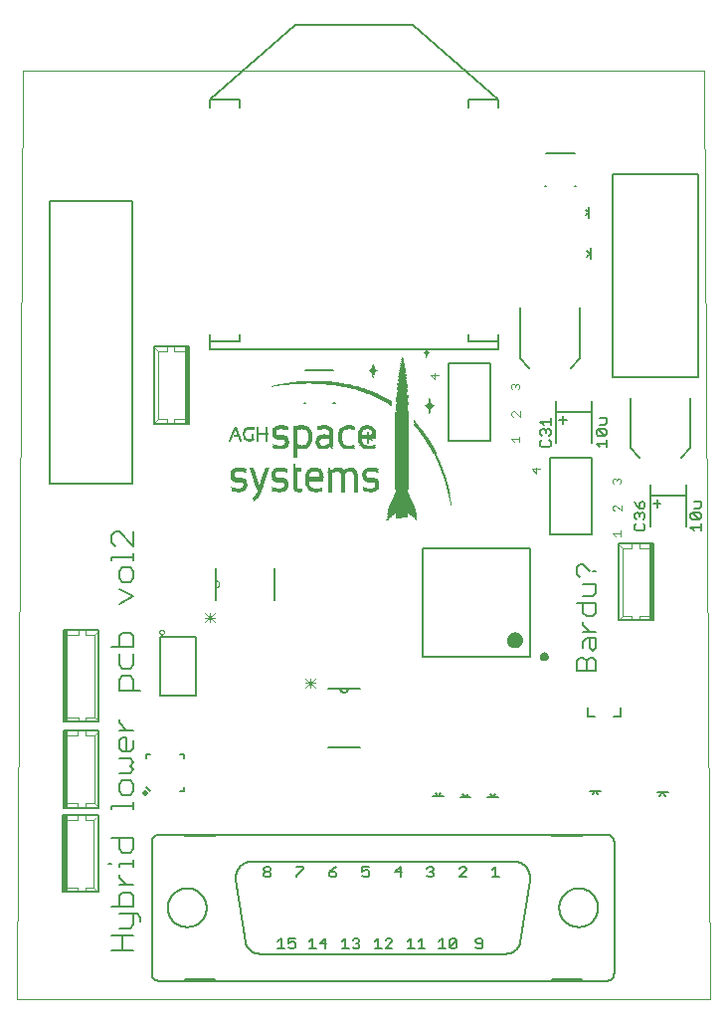
<source format=gto>
G75*
%MOIN*%
%OFA0B0*%
%FSLAX25Y25*%
%IPPOS*%
%LPD*%
%AMOC8*
5,1,8,0,0,1.08239X$1,22.5*
%
%ADD10C,0.00000*%
%ADD11C,0.00600*%
%ADD12C,0.00800*%
%ADD13C,0.00400*%
%ADD14C,0.00787*%
%ADD15C,0.00500*%
%ADD16C,0.00300*%
%ADD17C,0.02000*%
%ADD18C,0.00200*%
%ADD19R,0.01476X0.30512*%
%ADD20R,0.01476X0.25591*%
%ADD21C,0.00700*%
%ADD22R,0.00138X0.00138*%
%ADD23R,0.00276X0.00138*%
%ADD24R,0.00413X0.00138*%
%ADD25R,0.00551X0.00138*%
%ADD26R,0.00689X0.00138*%
%ADD27R,0.00965X0.00138*%
%ADD28R,0.01791X0.00138*%
%ADD29R,0.00827X0.00138*%
%ADD30R,0.01102X0.00138*%
%ADD31R,0.03858X0.00138*%
%ADD32R,0.01240X0.00138*%
%ADD33R,0.01378X0.00138*%
%ADD34R,0.01516X0.00138*%
%ADD35R,0.01654X0.00138*%
%ADD36R,0.01929X0.00138*%
%ADD37R,0.02067X0.00138*%
%ADD38R,0.02205X0.00138*%
%ADD39R,0.02343X0.00138*%
%ADD40R,0.03720X0.00138*%
%ADD41R,0.02480X0.00138*%
%ADD42R,0.06614X0.00138*%
%ADD43R,0.02756X0.00138*%
%ADD44R,0.09508X0.00138*%
%ADD45R,0.09232X0.00138*%
%ADD46R,0.09094X0.00138*%
%ADD47R,0.08957X0.00138*%
%ADD48R,0.08681X0.00138*%
%ADD49R,0.08406X0.00138*%
%ADD50R,0.08130X0.00138*%
%ADD51R,0.07854X0.00138*%
%ADD52R,0.07717X0.00138*%
%ADD53R,0.07579X0.00138*%
%ADD54R,0.07303X0.00138*%
%ADD55R,0.07028X0.00138*%
%ADD56R,0.06890X0.00138*%
%ADD57R,0.06752X0.00138*%
%ADD58R,0.06476X0.00138*%
%ADD59R,0.06201X0.00138*%
%ADD60R,0.05925X0.00138*%
%ADD61R,0.05650X0.00138*%
%ADD62R,0.05512X0.00138*%
%ADD63R,0.05374X0.00138*%
%ADD64R,0.05098X0.00138*%
%ADD65R,0.04823X0.00138*%
%ADD66R,0.04685X0.00138*%
%ADD67R,0.04547X0.00138*%
%ADD68R,0.04272X0.00138*%
%ADD69R,0.02894X0.00138*%
%ADD70R,0.04409X0.00138*%
%ADD71R,0.04134X0.00138*%
%ADD72R,0.02618X0.00138*%
%ADD73R,0.04961X0.00138*%
%ADD74R,0.06063X0.00138*%
%ADD75R,0.03996X0.00138*%
%ADD76R,0.03307X0.00138*%
%ADD77R,0.05236X0.00138*%
%ADD78R,0.03445X0.00138*%
%ADD79R,0.03169X0.00138*%
%ADD80R,0.03583X0.00138*%
%ADD81R,0.03031X0.00138*%
%ADD82R,0.05787X0.00138*%
%ADD83R,0.06339X0.00138*%
%ADD84R,0.10197X0.00138*%
%ADD85R,0.16673X0.00138*%
%ADD86R,0.14744X0.00138*%
%ADD87R,0.12126X0.00138*%
%ADD88R,0.08819X0.00138*%
D10*
X0005969Y0001000D02*
X0007937Y0312024D01*
X0236283Y0312024D01*
X0238252Y0001000D01*
X0005969Y0001000D01*
X0072456Y0138997D02*
X0072525Y0138999D01*
X0072593Y0139005D01*
X0072661Y0139015D01*
X0072728Y0139028D01*
X0072794Y0139046D01*
X0072859Y0139067D01*
X0072923Y0139092D01*
X0072985Y0139120D01*
X0073046Y0139152D01*
X0073105Y0139187D01*
X0073161Y0139226D01*
X0073216Y0139268D01*
X0073267Y0139313D01*
X0073317Y0139361D01*
X0073363Y0139411D01*
X0073406Y0139464D01*
X0073447Y0139520D01*
X0073484Y0139577D01*
X0073517Y0139637D01*
X0073548Y0139699D01*
X0073574Y0139762D01*
X0073597Y0139826D01*
X0073617Y0139892D01*
X0073632Y0139959D01*
X0073644Y0140026D01*
X0073652Y0140094D01*
X0073656Y0140163D01*
X0073656Y0140231D01*
X0073652Y0140300D01*
X0073644Y0140368D01*
X0073632Y0140435D01*
X0073617Y0140502D01*
X0073597Y0140568D01*
X0073574Y0140632D01*
X0073548Y0140695D01*
X0073517Y0140757D01*
X0073484Y0140817D01*
X0073447Y0140874D01*
X0073406Y0140930D01*
X0073363Y0140983D01*
X0073317Y0141033D01*
X0073267Y0141081D01*
X0073216Y0141126D01*
X0073161Y0141168D01*
X0073105Y0141207D01*
X0073046Y0141242D01*
X0072985Y0141274D01*
X0072923Y0141302D01*
X0072859Y0141327D01*
X0072794Y0141348D01*
X0072728Y0141366D01*
X0072661Y0141379D01*
X0072593Y0141389D01*
X0072525Y0141395D01*
X0072456Y0141397D01*
D11*
X0072456Y0138997D01*
X0072456Y0134797D01*
X0072456Y0141397D02*
X0072456Y0145597D01*
X0092056Y0145597D02*
X0092056Y0134797D01*
X0110100Y0105111D02*
X0114300Y0105111D01*
X0116700Y0105111D01*
X0120900Y0105111D01*
X0116700Y0105111D02*
X0116698Y0105042D01*
X0116692Y0104974D01*
X0116682Y0104906D01*
X0116669Y0104839D01*
X0116651Y0104773D01*
X0116630Y0104708D01*
X0116605Y0104644D01*
X0116577Y0104582D01*
X0116545Y0104521D01*
X0116510Y0104462D01*
X0116471Y0104406D01*
X0116429Y0104351D01*
X0116384Y0104300D01*
X0116336Y0104250D01*
X0116286Y0104204D01*
X0116233Y0104161D01*
X0116177Y0104120D01*
X0116120Y0104083D01*
X0116060Y0104050D01*
X0115998Y0104019D01*
X0115935Y0103993D01*
X0115871Y0103970D01*
X0115805Y0103950D01*
X0115738Y0103935D01*
X0115671Y0103923D01*
X0115603Y0103915D01*
X0115534Y0103911D01*
X0115466Y0103911D01*
X0115397Y0103915D01*
X0115329Y0103923D01*
X0115262Y0103935D01*
X0115195Y0103950D01*
X0115129Y0103970D01*
X0115065Y0103993D01*
X0115002Y0104019D01*
X0114940Y0104050D01*
X0114880Y0104083D01*
X0114823Y0104120D01*
X0114767Y0104161D01*
X0114714Y0104204D01*
X0114664Y0104250D01*
X0114616Y0104300D01*
X0114571Y0104351D01*
X0114529Y0104406D01*
X0114490Y0104462D01*
X0114455Y0104521D01*
X0114423Y0104582D01*
X0114395Y0104644D01*
X0114370Y0104708D01*
X0114349Y0104773D01*
X0114331Y0104839D01*
X0114318Y0104906D01*
X0114308Y0104974D01*
X0114302Y0105042D01*
X0114300Y0105111D01*
X0110100Y0085511D02*
X0120900Y0085511D01*
X0084500Y0047311D02*
X0172500Y0047311D01*
X0172643Y0047309D01*
X0172787Y0047303D01*
X0172930Y0047294D01*
X0173072Y0047280D01*
X0173215Y0047263D01*
X0173357Y0047241D01*
X0173498Y0047216D01*
X0173638Y0047187D01*
X0173778Y0047155D01*
X0173917Y0047118D01*
X0174054Y0047078D01*
X0174191Y0047034D01*
X0174326Y0046987D01*
X0174460Y0046935D01*
X0174593Y0046881D01*
X0174723Y0046822D01*
X0174853Y0046760D01*
X0174980Y0046695D01*
X0175106Y0046626D01*
X0175230Y0046554D01*
X0175352Y0046478D01*
X0175472Y0046400D01*
X0175590Y0046318D01*
X0175705Y0046232D01*
X0175818Y0046144D01*
X0175929Y0046053D01*
X0176037Y0045959D01*
X0176142Y0045862D01*
X0176245Y0045762D01*
X0176345Y0045659D01*
X0176442Y0045554D01*
X0176537Y0045446D01*
X0176628Y0045335D01*
X0176717Y0045222D01*
X0176802Y0045107D01*
X0176884Y0044990D01*
X0176963Y0044870D01*
X0177039Y0044748D01*
X0177111Y0044624D01*
X0177180Y0044499D01*
X0177246Y0044371D01*
X0177308Y0044242D01*
X0177367Y0044111D01*
X0177422Y0043979D01*
X0177473Y0043845D01*
X0177521Y0043710D01*
X0177565Y0043573D01*
X0177606Y0043436D01*
X0177642Y0043297D01*
X0177675Y0043157D01*
X0177704Y0043017D01*
X0177730Y0042876D01*
X0177751Y0042734D01*
X0177769Y0042592D01*
X0177783Y0042449D01*
X0177793Y0042306D01*
X0177799Y0042163D01*
X0177801Y0042019D01*
X0177799Y0041876D01*
X0177794Y0041733D01*
X0177784Y0041590D01*
X0177771Y0041447D01*
X0177754Y0041304D01*
X0177733Y0041163D01*
X0177708Y0041021D01*
X0177679Y0040881D01*
X0177700Y0040911D02*
X0174600Y0020311D01*
X0174653Y0020374D02*
X0174617Y0020234D01*
X0174578Y0020095D01*
X0174534Y0019957D01*
X0174488Y0019821D01*
X0174437Y0019686D01*
X0174383Y0019552D01*
X0174325Y0019420D01*
X0174263Y0019289D01*
X0174198Y0019160D01*
X0174130Y0019033D01*
X0174058Y0018908D01*
X0173982Y0018784D01*
X0173904Y0018663D01*
X0173822Y0018544D01*
X0173737Y0018428D01*
X0173648Y0018314D01*
X0173557Y0018202D01*
X0173463Y0018093D01*
X0173365Y0017986D01*
X0173265Y0017882D01*
X0173162Y0017781D01*
X0173056Y0017682D01*
X0172948Y0017587D01*
X0172837Y0017494D01*
X0172724Y0017405D01*
X0172608Y0017319D01*
X0172490Y0017236D01*
X0172370Y0017156D01*
X0172247Y0017079D01*
X0172123Y0017006D01*
X0171996Y0016936D01*
X0171868Y0016870D01*
X0171738Y0016807D01*
X0171606Y0016748D01*
X0171473Y0016692D01*
X0171338Y0016640D01*
X0171202Y0016592D01*
X0171065Y0016548D01*
X0170926Y0016507D01*
X0170787Y0016470D01*
X0170646Y0016437D01*
X0170505Y0016407D01*
X0170363Y0016382D01*
X0170220Y0016360D01*
X0170077Y0016343D01*
X0169933Y0016329D01*
X0169789Y0016319D01*
X0169645Y0016313D01*
X0169500Y0016311D01*
X0087500Y0016311D01*
X0087355Y0016313D01*
X0087209Y0016319D01*
X0087064Y0016329D01*
X0086920Y0016343D01*
X0086775Y0016361D01*
X0086632Y0016383D01*
X0086489Y0016408D01*
X0086346Y0016438D01*
X0086205Y0016472D01*
X0086065Y0016509D01*
X0085925Y0016550D01*
X0085787Y0016595D01*
X0085650Y0016644D01*
X0085515Y0016697D01*
X0085381Y0016753D01*
X0085248Y0016813D01*
X0085117Y0016877D01*
X0084989Y0016944D01*
X0084861Y0017014D01*
X0084736Y0017089D01*
X0084613Y0017166D01*
X0084493Y0017247D01*
X0084374Y0017331D01*
X0084258Y0017418D01*
X0084144Y0017509D01*
X0084033Y0017602D01*
X0083924Y0017699D01*
X0083818Y0017798D01*
X0083715Y0017901D01*
X0083615Y0018006D01*
X0083517Y0018114D01*
X0083423Y0018224D01*
X0083332Y0018338D01*
X0083244Y0018453D01*
X0083159Y0018571D01*
X0083077Y0018691D01*
X0082998Y0018814D01*
X0082923Y0018938D01*
X0082852Y0019065D01*
X0082784Y0019193D01*
X0082719Y0019323D01*
X0082658Y0019455D01*
X0082601Y0019589D01*
X0082547Y0019724D01*
X0082497Y0019860D01*
X0082451Y0019998D01*
X0082409Y0020137D01*
X0082370Y0020278D01*
X0082400Y0020211D02*
X0079300Y0041011D01*
X0079303Y0040972D02*
X0079277Y0041114D01*
X0079254Y0041256D01*
X0079235Y0041399D01*
X0079221Y0041542D01*
X0079210Y0041686D01*
X0079203Y0041830D01*
X0079200Y0041974D01*
X0079201Y0042118D01*
X0079206Y0042262D01*
X0079215Y0042406D01*
X0079227Y0042550D01*
X0079244Y0042693D01*
X0079265Y0042836D01*
X0079289Y0042978D01*
X0079317Y0043119D01*
X0079349Y0043260D01*
X0079385Y0043400D01*
X0079425Y0043538D01*
X0079468Y0043676D01*
X0079515Y0043812D01*
X0079566Y0043947D01*
X0079621Y0044080D01*
X0079679Y0044212D01*
X0079740Y0044343D01*
X0079806Y0044471D01*
X0079874Y0044598D01*
X0079946Y0044723D01*
X0080022Y0044846D01*
X0080100Y0044966D01*
X0080182Y0045085D01*
X0080268Y0045201D01*
X0080356Y0045315D01*
X0080447Y0045427D01*
X0080542Y0045536D01*
X0080639Y0045642D01*
X0080739Y0045746D01*
X0080842Y0045847D01*
X0080948Y0045945D01*
X0081056Y0046040D01*
X0081167Y0046132D01*
X0081280Y0046221D01*
X0081396Y0046307D01*
X0081514Y0046390D01*
X0081634Y0046469D01*
X0081757Y0046546D01*
X0081881Y0046619D01*
X0082007Y0046688D01*
X0082135Y0046754D01*
X0082265Y0046817D01*
X0082397Y0046876D01*
X0082530Y0046931D01*
X0082665Y0046983D01*
X0082800Y0047031D01*
X0082938Y0047075D01*
X0083076Y0047116D01*
X0083215Y0047153D01*
X0083356Y0047186D01*
X0083497Y0047215D01*
X0083639Y0047241D01*
X0083781Y0047262D01*
X0083924Y0047280D01*
X0084068Y0047293D01*
X0084212Y0047303D01*
X0084356Y0047309D01*
X0084500Y0047311D01*
X0072000Y0055811D02*
X0072000Y0056311D01*
X0062000Y0056311D01*
X0053500Y0056311D01*
X0053402Y0056309D01*
X0053304Y0056303D01*
X0053206Y0056294D01*
X0053109Y0056280D01*
X0053012Y0056263D01*
X0052916Y0056242D01*
X0052821Y0056217D01*
X0052727Y0056189D01*
X0052635Y0056156D01*
X0052543Y0056121D01*
X0052453Y0056081D01*
X0052365Y0056039D01*
X0052278Y0055992D01*
X0052194Y0055943D01*
X0052111Y0055890D01*
X0052031Y0055834D01*
X0051952Y0055774D01*
X0051876Y0055712D01*
X0051803Y0055647D01*
X0051732Y0055579D01*
X0051664Y0055508D01*
X0051599Y0055435D01*
X0051537Y0055359D01*
X0051477Y0055280D01*
X0051421Y0055200D01*
X0051368Y0055117D01*
X0051319Y0055033D01*
X0051272Y0054946D01*
X0051230Y0054858D01*
X0051190Y0054768D01*
X0051155Y0054676D01*
X0051122Y0054584D01*
X0051094Y0054490D01*
X0051069Y0054395D01*
X0051048Y0054299D01*
X0051031Y0054202D01*
X0051017Y0054105D01*
X0051008Y0054007D01*
X0051002Y0053909D01*
X0051000Y0053811D01*
X0051000Y0009811D01*
X0051002Y0009713D01*
X0051008Y0009615D01*
X0051017Y0009517D01*
X0051031Y0009420D01*
X0051048Y0009323D01*
X0051069Y0009227D01*
X0051094Y0009132D01*
X0051122Y0009038D01*
X0051155Y0008946D01*
X0051190Y0008854D01*
X0051230Y0008764D01*
X0051272Y0008676D01*
X0051319Y0008589D01*
X0051368Y0008505D01*
X0051421Y0008422D01*
X0051477Y0008342D01*
X0051537Y0008263D01*
X0051599Y0008187D01*
X0051664Y0008114D01*
X0051732Y0008043D01*
X0051803Y0007975D01*
X0051876Y0007910D01*
X0051952Y0007848D01*
X0052031Y0007788D01*
X0052111Y0007732D01*
X0052194Y0007679D01*
X0052278Y0007630D01*
X0052365Y0007583D01*
X0052453Y0007541D01*
X0052543Y0007501D01*
X0052635Y0007466D01*
X0052727Y0007433D01*
X0052821Y0007405D01*
X0052916Y0007380D01*
X0053012Y0007359D01*
X0053109Y0007342D01*
X0053206Y0007328D01*
X0053304Y0007319D01*
X0053402Y0007313D01*
X0053500Y0007311D01*
X0062000Y0007311D01*
X0072000Y0007311D01*
X0185000Y0007311D01*
X0195000Y0007311D01*
X0203500Y0007311D01*
X0203598Y0007313D01*
X0203696Y0007319D01*
X0203794Y0007328D01*
X0203891Y0007342D01*
X0203988Y0007359D01*
X0204084Y0007380D01*
X0204179Y0007405D01*
X0204273Y0007433D01*
X0204365Y0007466D01*
X0204457Y0007501D01*
X0204547Y0007541D01*
X0204635Y0007583D01*
X0204722Y0007630D01*
X0204806Y0007679D01*
X0204889Y0007732D01*
X0204969Y0007788D01*
X0205048Y0007848D01*
X0205124Y0007910D01*
X0205197Y0007975D01*
X0205268Y0008043D01*
X0205336Y0008114D01*
X0205401Y0008187D01*
X0205463Y0008263D01*
X0205523Y0008342D01*
X0205579Y0008422D01*
X0205632Y0008505D01*
X0205681Y0008589D01*
X0205728Y0008676D01*
X0205770Y0008764D01*
X0205810Y0008854D01*
X0205845Y0008946D01*
X0205878Y0009038D01*
X0205906Y0009132D01*
X0205931Y0009227D01*
X0205952Y0009323D01*
X0205969Y0009420D01*
X0205983Y0009517D01*
X0205992Y0009615D01*
X0205998Y0009713D01*
X0206000Y0009811D01*
X0206000Y0053811D01*
X0205998Y0053909D01*
X0205992Y0054007D01*
X0205983Y0054105D01*
X0205969Y0054202D01*
X0205952Y0054299D01*
X0205931Y0054395D01*
X0205906Y0054490D01*
X0205878Y0054584D01*
X0205845Y0054676D01*
X0205810Y0054768D01*
X0205770Y0054858D01*
X0205728Y0054946D01*
X0205681Y0055033D01*
X0205632Y0055117D01*
X0205579Y0055200D01*
X0205523Y0055280D01*
X0205463Y0055359D01*
X0205401Y0055435D01*
X0205336Y0055508D01*
X0205268Y0055579D01*
X0205197Y0055647D01*
X0205124Y0055712D01*
X0205048Y0055774D01*
X0204969Y0055834D01*
X0204889Y0055890D01*
X0204806Y0055943D01*
X0204722Y0055992D01*
X0204635Y0056039D01*
X0204547Y0056081D01*
X0204457Y0056121D01*
X0204365Y0056156D01*
X0204273Y0056189D01*
X0204179Y0056217D01*
X0204084Y0056242D01*
X0203988Y0056263D01*
X0203891Y0056280D01*
X0203794Y0056294D01*
X0203696Y0056303D01*
X0203598Y0056309D01*
X0203500Y0056311D01*
X0195000Y0056311D01*
X0185000Y0056311D01*
X0072000Y0056311D01*
X0072000Y0055811D02*
X0062000Y0055811D01*
X0062000Y0056311D01*
X0044881Y0055079D02*
X0044881Y0051439D01*
X0043668Y0050225D01*
X0041241Y0050225D01*
X0040028Y0051439D01*
X0040028Y0055079D01*
X0037601Y0055079D02*
X0044881Y0055079D01*
X0044881Y0047819D02*
X0044881Y0045392D01*
X0044881Y0046605D02*
X0040028Y0046605D01*
X0040028Y0045392D01*
X0040028Y0042990D02*
X0040028Y0041777D01*
X0042454Y0039350D01*
X0040028Y0039350D02*
X0044881Y0039350D01*
X0043668Y0036953D02*
X0044881Y0035740D01*
X0044881Y0032100D01*
X0037601Y0032100D01*
X0040028Y0032100D02*
X0040028Y0035740D01*
X0041241Y0036953D01*
X0043668Y0036953D01*
X0044881Y0029703D02*
X0044881Y0026063D01*
X0043668Y0024849D01*
X0040028Y0024849D01*
X0041241Y0022453D02*
X0041241Y0017599D01*
X0044881Y0017599D02*
X0037601Y0017599D01*
X0037601Y0022453D02*
X0044881Y0022453D01*
X0047308Y0027276D02*
X0047308Y0028490D01*
X0046094Y0029703D01*
X0040028Y0029703D01*
X0037601Y0046605D02*
X0036388Y0046605D01*
X0037601Y0064726D02*
X0037601Y0065939D01*
X0044881Y0065939D01*
X0044881Y0064726D02*
X0044881Y0067153D01*
X0043668Y0069560D02*
X0044881Y0070773D01*
X0044881Y0073200D01*
X0043668Y0074413D01*
X0041241Y0074413D01*
X0040028Y0073200D01*
X0040028Y0070773D01*
X0041241Y0069560D01*
X0043668Y0069560D01*
X0043668Y0076810D02*
X0040028Y0076810D01*
X0043668Y0076810D02*
X0044881Y0078023D01*
X0043668Y0079237D01*
X0044881Y0080450D01*
X0043668Y0081663D01*
X0040028Y0081663D01*
X0041241Y0084060D02*
X0040028Y0085274D01*
X0040028Y0087700D01*
X0041241Y0088914D01*
X0042454Y0088914D01*
X0042454Y0084060D01*
X0041241Y0084060D02*
X0043668Y0084060D01*
X0044881Y0085274D01*
X0044881Y0087700D01*
X0044881Y0091310D02*
X0040028Y0091310D01*
X0042454Y0091310D02*
X0040028Y0093737D01*
X0040028Y0094951D01*
X0040028Y0104603D02*
X0040028Y0108243D01*
X0041241Y0109456D01*
X0043668Y0109456D01*
X0044881Y0108243D01*
X0044881Y0104603D01*
X0047308Y0104603D02*
X0040028Y0104603D01*
X0041241Y0111853D02*
X0043668Y0111853D01*
X0044881Y0113066D01*
X0044881Y0116706D01*
X0044881Y0119103D02*
X0044881Y0122743D01*
X0043668Y0123957D01*
X0041241Y0123957D01*
X0040028Y0122743D01*
X0040028Y0119103D01*
X0040028Y0116706D02*
X0040028Y0113066D01*
X0041241Y0111853D01*
X0037601Y0119103D02*
X0044881Y0119103D01*
X0040028Y0133604D02*
X0044881Y0136030D01*
X0040028Y0138457D01*
X0041241Y0140854D02*
X0043668Y0140854D01*
X0044881Y0142067D01*
X0044881Y0144494D01*
X0043668Y0145708D01*
X0041241Y0145708D01*
X0040028Y0144494D01*
X0040028Y0142067D01*
X0041241Y0140854D01*
X0037601Y0148104D02*
X0037601Y0149318D01*
X0044881Y0149318D01*
X0044881Y0150531D02*
X0044881Y0148104D01*
X0044881Y0152938D02*
X0040028Y0157791D01*
X0038814Y0157791D01*
X0037601Y0156578D01*
X0037601Y0154151D01*
X0038814Y0152938D01*
X0044881Y0152938D02*
X0044881Y0157791D01*
X0056400Y0031811D02*
X0056402Y0031972D01*
X0056408Y0032132D01*
X0056418Y0032293D01*
X0056432Y0032453D01*
X0056450Y0032613D01*
X0056471Y0032772D01*
X0056497Y0032931D01*
X0056527Y0033089D01*
X0056560Y0033246D01*
X0056598Y0033403D01*
X0056639Y0033558D01*
X0056684Y0033712D01*
X0056733Y0033865D01*
X0056786Y0034017D01*
X0056842Y0034168D01*
X0056903Y0034317D01*
X0056966Y0034465D01*
X0057034Y0034611D01*
X0057105Y0034755D01*
X0057179Y0034897D01*
X0057257Y0035038D01*
X0057339Y0035176D01*
X0057424Y0035313D01*
X0057512Y0035447D01*
X0057604Y0035579D01*
X0057699Y0035709D01*
X0057797Y0035837D01*
X0057898Y0035962D01*
X0058002Y0036084D01*
X0058109Y0036204D01*
X0058219Y0036321D01*
X0058332Y0036436D01*
X0058448Y0036547D01*
X0058567Y0036656D01*
X0058688Y0036761D01*
X0058812Y0036864D01*
X0058938Y0036964D01*
X0059066Y0037060D01*
X0059197Y0037153D01*
X0059331Y0037243D01*
X0059466Y0037330D01*
X0059604Y0037413D01*
X0059743Y0037493D01*
X0059885Y0037569D01*
X0060028Y0037642D01*
X0060173Y0037711D01*
X0060320Y0037777D01*
X0060468Y0037839D01*
X0060618Y0037897D01*
X0060769Y0037952D01*
X0060922Y0038003D01*
X0061076Y0038050D01*
X0061231Y0038093D01*
X0061387Y0038132D01*
X0061543Y0038168D01*
X0061701Y0038199D01*
X0061859Y0038227D01*
X0062018Y0038251D01*
X0062178Y0038271D01*
X0062338Y0038287D01*
X0062498Y0038299D01*
X0062659Y0038307D01*
X0062820Y0038311D01*
X0062980Y0038311D01*
X0063141Y0038307D01*
X0063302Y0038299D01*
X0063462Y0038287D01*
X0063622Y0038271D01*
X0063782Y0038251D01*
X0063941Y0038227D01*
X0064099Y0038199D01*
X0064257Y0038168D01*
X0064413Y0038132D01*
X0064569Y0038093D01*
X0064724Y0038050D01*
X0064878Y0038003D01*
X0065031Y0037952D01*
X0065182Y0037897D01*
X0065332Y0037839D01*
X0065480Y0037777D01*
X0065627Y0037711D01*
X0065772Y0037642D01*
X0065915Y0037569D01*
X0066057Y0037493D01*
X0066196Y0037413D01*
X0066334Y0037330D01*
X0066469Y0037243D01*
X0066603Y0037153D01*
X0066734Y0037060D01*
X0066862Y0036964D01*
X0066988Y0036864D01*
X0067112Y0036761D01*
X0067233Y0036656D01*
X0067352Y0036547D01*
X0067468Y0036436D01*
X0067581Y0036321D01*
X0067691Y0036204D01*
X0067798Y0036084D01*
X0067902Y0035962D01*
X0068003Y0035837D01*
X0068101Y0035709D01*
X0068196Y0035579D01*
X0068288Y0035447D01*
X0068376Y0035313D01*
X0068461Y0035176D01*
X0068543Y0035038D01*
X0068621Y0034897D01*
X0068695Y0034755D01*
X0068766Y0034611D01*
X0068834Y0034465D01*
X0068897Y0034317D01*
X0068958Y0034168D01*
X0069014Y0034017D01*
X0069067Y0033865D01*
X0069116Y0033712D01*
X0069161Y0033558D01*
X0069202Y0033403D01*
X0069240Y0033246D01*
X0069273Y0033089D01*
X0069303Y0032931D01*
X0069329Y0032772D01*
X0069350Y0032613D01*
X0069368Y0032453D01*
X0069382Y0032293D01*
X0069392Y0032132D01*
X0069398Y0031972D01*
X0069400Y0031811D01*
X0069398Y0031650D01*
X0069392Y0031490D01*
X0069382Y0031329D01*
X0069368Y0031169D01*
X0069350Y0031009D01*
X0069329Y0030850D01*
X0069303Y0030691D01*
X0069273Y0030533D01*
X0069240Y0030376D01*
X0069202Y0030219D01*
X0069161Y0030064D01*
X0069116Y0029910D01*
X0069067Y0029757D01*
X0069014Y0029605D01*
X0068958Y0029454D01*
X0068897Y0029305D01*
X0068834Y0029157D01*
X0068766Y0029011D01*
X0068695Y0028867D01*
X0068621Y0028725D01*
X0068543Y0028584D01*
X0068461Y0028446D01*
X0068376Y0028309D01*
X0068288Y0028175D01*
X0068196Y0028043D01*
X0068101Y0027913D01*
X0068003Y0027785D01*
X0067902Y0027660D01*
X0067798Y0027538D01*
X0067691Y0027418D01*
X0067581Y0027301D01*
X0067468Y0027186D01*
X0067352Y0027075D01*
X0067233Y0026966D01*
X0067112Y0026861D01*
X0066988Y0026758D01*
X0066862Y0026658D01*
X0066734Y0026562D01*
X0066603Y0026469D01*
X0066469Y0026379D01*
X0066334Y0026292D01*
X0066196Y0026209D01*
X0066057Y0026129D01*
X0065915Y0026053D01*
X0065772Y0025980D01*
X0065627Y0025911D01*
X0065480Y0025845D01*
X0065332Y0025783D01*
X0065182Y0025725D01*
X0065031Y0025670D01*
X0064878Y0025619D01*
X0064724Y0025572D01*
X0064569Y0025529D01*
X0064413Y0025490D01*
X0064257Y0025454D01*
X0064099Y0025423D01*
X0063941Y0025395D01*
X0063782Y0025371D01*
X0063622Y0025351D01*
X0063462Y0025335D01*
X0063302Y0025323D01*
X0063141Y0025315D01*
X0062980Y0025311D01*
X0062820Y0025311D01*
X0062659Y0025315D01*
X0062498Y0025323D01*
X0062338Y0025335D01*
X0062178Y0025351D01*
X0062018Y0025371D01*
X0061859Y0025395D01*
X0061701Y0025423D01*
X0061543Y0025454D01*
X0061387Y0025490D01*
X0061231Y0025529D01*
X0061076Y0025572D01*
X0060922Y0025619D01*
X0060769Y0025670D01*
X0060618Y0025725D01*
X0060468Y0025783D01*
X0060320Y0025845D01*
X0060173Y0025911D01*
X0060028Y0025980D01*
X0059885Y0026053D01*
X0059743Y0026129D01*
X0059604Y0026209D01*
X0059466Y0026292D01*
X0059331Y0026379D01*
X0059197Y0026469D01*
X0059066Y0026562D01*
X0058938Y0026658D01*
X0058812Y0026758D01*
X0058688Y0026861D01*
X0058567Y0026966D01*
X0058448Y0027075D01*
X0058332Y0027186D01*
X0058219Y0027301D01*
X0058109Y0027418D01*
X0058002Y0027538D01*
X0057898Y0027660D01*
X0057797Y0027785D01*
X0057699Y0027913D01*
X0057604Y0028043D01*
X0057512Y0028175D01*
X0057424Y0028309D01*
X0057339Y0028446D01*
X0057257Y0028584D01*
X0057179Y0028725D01*
X0057105Y0028867D01*
X0057034Y0029011D01*
X0056966Y0029157D01*
X0056903Y0029305D01*
X0056842Y0029454D01*
X0056786Y0029605D01*
X0056733Y0029757D01*
X0056684Y0029910D01*
X0056639Y0030064D01*
X0056598Y0030219D01*
X0056560Y0030376D01*
X0056527Y0030533D01*
X0056497Y0030691D01*
X0056471Y0030850D01*
X0056450Y0031009D01*
X0056432Y0031169D01*
X0056418Y0031329D01*
X0056408Y0031490D01*
X0056402Y0031650D01*
X0056400Y0031811D01*
X0062000Y0007811D02*
X0072000Y0007811D01*
X0072000Y0007311D01*
X0062000Y0007311D02*
X0062000Y0007811D01*
X0185000Y0007811D02*
X0195000Y0007811D01*
X0195000Y0007311D01*
X0185000Y0007311D02*
X0185000Y0007811D01*
X0187600Y0031811D02*
X0187602Y0031972D01*
X0187608Y0032132D01*
X0187618Y0032293D01*
X0187632Y0032453D01*
X0187650Y0032613D01*
X0187671Y0032772D01*
X0187697Y0032931D01*
X0187727Y0033089D01*
X0187760Y0033246D01*
X0187798Y0033403D01*
X0187839Y0033558D01*
X0187884Y0033712D01*
X0187933Y0033865D01*
X0187986Y0034017D01*
X0188042Y0034168D01*
X0188103Y0034317D01*
X0188166Y0034465D01*
X0188234Y0034611D01*
X0188305Y0034755D01*
X0188379Y0034897D01*
X0188457Y0035038D01*
X0188539Y0035176D01*
X0188624Y0035313D01*
X0188712Y0035447D01*
X0188804Y0035579D01*
X0188899Y0035709D01*
X0188997Y0035837D01*
X0189098Y0035962D01*
X0189202Y0036084D01*
X0189309Y0036204D01*
X0189419Y0036321D01*
X0189532Y0036436D01*
X0189648Y0036547D01*
X0189767Y0036656D01*
X0189888Y0036761D01*
X0190012Y0036864D01*
X0190138Y0036964D01*
X0190266Y0037060D01*
X0190397Y0037153D01*
X0190531Y0037243D01*
X0190666Y0037330D01*
X0190804Y0037413D01*
X0190943Y0037493D01*
X0191085Y0037569D01*
X0191228Y0037642D01*
X0191373Y0037711D01*
X0191520Y0037777D01*
X0191668Y0037839D01*
X0191818Y0037897D01*
X0191969Y0037952D01*
X0192122Y0038003D01*
X0192276Y0038050D01*
X0192431Y0038093D01*
X0192587Y0038132D01*
X0192743Y0038168D01*
X0192901Y0038199D01*
X0193059Y0038227D01*
X0193218Y0038251D01*
X0193378Y0038271D01*
X0193538Y0038287D01*
X0193698Y0038299D01*
X0193859Y0038307D01*
X0194020Y0038311D01*
X0194180Y0038311D01*
X0194341Y0038307D01*
X0194502Y0038299D01*
X0194662Y0038287D01*
X0194822Y0038271D01*
X0194982Y0038251D01*
X0195141Y0038227D01*
X0195299Y0038199D01*
X0195457Y0038168D01*
X0195613Y0038132D01*
X0195769Y0038093D01*
X0195924Y0038050D01*
X0196078Y0038003D01*
X0196231Y0037952D01*
X0196382Y0037897D01*
X0196532Y0037839D01*
X0196680Y0037777D01*
X0196827Y0037711D01*
X0196972Y0037642D01*
X0197115Y0037569D01*
X0197257Y0037493D01*
X0197396Y0037413D01*
X0197534Y0037330D01*
X0197669Y0037243D01*
X0197803Y0037153D01*
X0197934Y0037060D01*
X0198062Y0036964D01*
X0198188Y0036864D01*
X0198312Y0036761D01*
X0198433Y0036656D01*
X0198552Y0036547D01*
X0198668Y0036436D01*
X0198781Y0036321D01*
X0198891Y0036204D01*
X0198998Y0036084D01*
X0199102Y0035962D01*
X0199203Y0035837D01*
X0199301Y0035709D01*
X0199396Y0035579D01*
X0199488Y0035447D01*
X0199576Y0035313D01*
X0199661Y0035176D01*
X0199743Y0035038D01*
X0199821Y0034897D01*
X0199895Y0034755D01*
X0199966Y0034611D01*
X0200034Y0034465D01*
X0200097Y0034317D01*
X0200158Y0034168D01*
X0200214Y0034017D01*
X0200267Y0033865D01*
X0200316Y0033712D01*
X0200361Y0033558D01*
X0200402Y0033403D01*
X0200440Y0033246D01*
X0200473Y0033089D01*
X0200503Y0032931D01*
X0200529Y0032772D01*
X0200550Y0032613D01*
X0200568Y0032453D01*
X0200582Y0032293D01*
X0200592Y0032132D01*
X0200598Y0031972D01*
X0200600Y0031811D01*
X0200598Y0031650D01*
X0200592Y0031490D01*
X0200582Y0031329D01*
X0200568Y0031169D01*
X0200550Y0031009D01*
X0200529Y0030850D01*
X0200503Y0030691D01*
X0200473Y0030533D01*
X0200440Y0030376D01*
X0200402Y0030219D01*
X0200361Y0030064D01*
X0200316Y0029910D01*
X0200267Y0029757D01*
X0200214Y0029605D01*
X0200158Y0029454D01*
X0200097Y0029305D01*
X0200034Y0029157D01*
X0199966Y0029011D01*
X0199895Y0028867D01*
X0199821Y0028725D01*
X0199743Y0028584D01*
X0199661Y0028446D01*
X0199576Y0028309D01*
X0199488Y0028175D01*
X0199396Y0028043D01*
X0199301Y0027913D01*
X0199203Y0027785D01*
X0199102Y0027660D01*
X0198998Y0027538D01*
X0198891Y0027418D01*
X0198781Y0027301D01*
X0198668Y0027186D01*
X0198552Y0027075D01*
X0198433Y0026966D01*
X0198312Y0026861D01*
X0198188Y0026758D01*
X0198062Y0026658D01*
X0197934Y0026562D01*
X0197803Y0026469D01*
X0197669Y0026379D01*
X0197534Y0026292D01*
X0197396Y0026209D01*
X0197257Y0026129D01*
X0197115Y0026053D01*
X0196972Y0025980D01*
X0196827Y0025911D01*
X0196680Y0025845D01*
X0196532Y0025783D01*
X0196382Y0025725D01*
X0196231Y0025670D01*
X0196078Y0025619D01*
X0195924Y0025572D01*
X0195769Y0025529D01*
X0195613Y0025490D01*
X0195457Y0025454D01*
X0195299Y0025423D01*
X0195141Y0025395D01*
X0194982Y0025371D01*
X0194822Y0025351D01*
X0194662Y0025335D01*
X0194502Y0025323D01*
X0194341Y0025315D01*
X0194180Y0025311D01*
X0194020Y0025311D01*
X0193859Y0025315D01*
X0193698Y0025323D01*
X0193538Y0025335D01*
X0193378Y0025351D01*
X0193218Y0025371D01*
X0193059Y0025395D01*
X0192901Y0025423D01*
X0192743Y0025454D01*
X0192587Y0025490D01*
X0192431Y0025529D01*
X0192276Y0025572D01*
X0192122Y0025619D01*
X0191969Y0025670D01*
X0191818Y0025725D01*
X0191668Y0025783D01*
X0191520Y0025845D01*
X0191373Y0025911D01*
X0191228Y0025980D01*
X0191085Y0026053D01*
X0190943Y0026129D01*
X0190804Y0026209D01*
X0190666Y0026292D01*
X0190531Y0026379D01*
X0190397Y0026469D01*
X0190266Y0026562D01*
X0190138Y0026658D01*
X0190012Y0026758D01*
X0189888Y0026861D01*
X0189767Y0026966D01*
X0189648Y0027075D01*
X0189532Y0027186D01*
X0189419Y0027301D01*
X0189309Y0027418D01*
X0189202Y0027538D01*
X0189098Y0027660D01*
X0188997Y0027785D01*
X0188899Y0027913D01*
X0188804Y0028043D01*
X0188712Y0028175D01*
X0188624Y0028309D01*
X0188539Y0028446D01*
X0188457Y0028584D01*
X0188379Y0028725D01*
X0188305Y0028867D01*
X0188234Y0029011D01*
X0188166Y0029157D01*
X0188103Y0029305D01*
X0188042Y0029454D01*
X0187986Y0029605D01*
X0187933Y0029757D01*
X0187884Y0029910D01*
X0187839Y0030064D01*
X0187798Y0030219D01*
X0187760Y0030376D01*
X0187727Y0030533D01*
X0187697Y0030691D01*
X0187671Y0030850D01*
X0187650Y0031009D01*
X0187632Y0031169D01*
X0187618Y0031329D01*
X0187608Y0031490D01*
X0187602Y0031650D01*
X0187600Y0031811D01*
X0185000Y0055811D02*
X0195000Y0055811D01*
X0195000Y0056311D01*
X0185000Y0056311D02*
X0185000Y0055811D01*
X0193460Y0111315D02*
X0193460Y0114518D01*
X0194527Y0115586D01*
X0195595Y0115586D01*
X0196663Y0114518D01*
X0196663Y0111315D01*
X0199865Y0111315D02*
X0199865Y0114518D01*
X0198798Y0115586D01*
X0197730Y0115586D01*
X0196663Y0114518D01*
X0198798Y0117761D02*
X0197730Y0118828D01*
X0197730Y0122031D01*
X0196663Y0122031D02*
X0199865Y0122031D01*
X0199865Y0118828D01*
X0198798Y0117761D01*
X0195595Y0118828D02*
X0195595Y0120964D01*
X0196663Y0122031D01*
X0197730Y0124206D02*
X0195595Y0126342D01*
X0195595Y0127409D01*
X0196663Y0129578D02*
X0195595Y0130645D01*
X0195595Y0133848D01*
X0193460Y0133848D02*
X0199865Y0133848D01*
X0199865Y0130645D01*
X0198798Y0129578D01*
X0196663Y0129578D01*
X0195595Y0124206D02*
X0199865Y0124206D01*
X0198798Y0136023D02*
X0195595Y0136023D01*
X0198798Y0136023D02*
X0199865Y0137091D01*
X0199865Y0140293D01*
X0195595Y0140293D01*
X0194527Y0142469D02*
X0193460Y0143536D01*
X0193460Y0145671D01*
X0194527Y0146739D01*
X0195595Y0146739D01*
X0197730Y0144604D01*
X0198798Y0144604D02*
X0199865Y0144604D01*
X0199865Y0111315D02*
X0193460Y0111315D01*
D12*
X0197028Y0098882D02*
X0197028Y0095732D01*
X0199390Y0095732D01*
X0205689Y0095732D02*
X0208051Y0095732D01*
X0208051Y0098882D01*
X0207500Y0128047D02*
X0219311Y0128047D01*
X0219311Y0153835D01*
X0207500Y0153835D01*
X0207500Y0128047D01*
X0198500Y0156663D02*
X0184500Y0156663D01*
X0184500Y0182463D01*
X0198500Y0182463D01*
X0198500Y0156663D01*
X0214610Y0182524D02*
X0211461Y0185673D01*
X0211461Y0202602D01*
X0194539Y0215736D02*
X0191390Y0212587D01*
X0194539Y0215736D02*
X0194539Y0232665D01*
X0198016Y0249071D02*
X0198016Y0250882D01*
X0196795Y0249961D01*
X0198016Y0250882D02*
X0198016Y0252693D01*
X0196795Y0251742D02*
X0197955Y0250982D01*
X0197567Y0262831D02*
X0197567Y0264642D01*
X0196346Y0263721D01*
X0197567Y0264642D02*
X0197567Y0266453D01*
X0196346Y0265502D02*
X0197506Y0264742D01*
X0174461Y0232665D02*
X0174461Y0215736D01*
X0177610Y0212587D01*
X0167035Y0218689D02*
X0070579Y0218689D01*
X0070579Y0221642D01*
X0080421Y0221642D01*
X0080421Y0223807D01*
X0070579Y0223807D02*
X0070579Y0221642D01*
X0063547Y0219776D02*
X0051736Y0219776D01*
X0051736Y0193988D01*
X0063547Y0193988D01*
X0063547Y0219776D01*
X0123591Y0191122D02*
X0123591Y0189311D01*
X0124811Y0190231D01*
X0123591Y0189311D02*
X0123591Y0187500D01*
X0124811Y0188451D02*
X0123651Y0189211D01*
X0150500Y0188226D02*
X0150500Y0214026D01*
X0164500Y0214026D01*
X0164500Y0188226D01*
X0150500Y0188226D01*
X0167035Y0218689D02*
X0167035Y0221642D01*
X0167035Y0223807D01*
X0167035Y0221642D02*
X0157193Y0221642D01*
X0157193Y0223807D01*
X0157193Y0299791D02*
X0157193Y0302350D01*
X0167035Y0302350D01*
X0167035Y0299791D01*
X0167035Y0302350D02*
X0138492Y0327350D01*
X0099122Y0327350D01*
X0070579Y0302350D01*
X0070579Y0299791D01*
X0070579Y0302350D02*
X0080421Y0302350D01*
X0080421Y0299791D01*
X0033303Y0124795D02*
X0021492Y0124795D01*
X0021492Y0094087D01*
X0033303Y0094087D01*
X0033303Y0124795D01*
X0033197Y0091051D02*
X0021386Y0091051D01*
X0021386Y0065264D01*
X0033197Y0065264D01*
X0033197Y0091051D01*
X0049236Y0083307D02*
X0049236Y0081929D01*
X0049236Y0083307D02*
X0050614Y0083307D01*
X0060457Y0083307D02*
X0061835Y0083307D01*
X0061835Y0081929D01*
X0061835Y0072087D02*
X0061835Y0070709D01*
X0060457Y0070709D01*
X0050614Y0070709D02*
X0049236Y0072087D01*
X0033102Y0062819D02*
X0021291Y0062819D01*
X0021291Y0037031D01*
X0033102Y0037031D01*
X0033102Y0062819D01*
X0145142Y0069028D02*
X0146953Y0069028D01*
X0146032Y0070248D01*
X0146953Y0069028D02*
X0148764Y0069028D01*
X0147813Y0070248D02*
X0147053Y0069088D01*
X0154327Y0068713D02*
X0156138Y0068713D01*
X0155217Y0069933D01*
X0156138Y0068713D02*
X0157949Y0068713D01*
X0156998Y0069933D02*
X0156238Y0068773D01*
X0163516Y0068713D02*
X0165327Y0068713D01*
X0164406Y0069933D01*
X0165327Y0068713D02*
X0167138Y0068713D01*
X0166187Y0069933D02*
X0165427Y0068773D01*
X0197874Y0070980D02*
X0199685Y0070980D01*
X0200606Y0069760D01*
X0201496Y0070980D02*
X0199685Y0070980D01*
X0199585Y0070920D02*
X0198825Y0069760D01*
X0220374Y0070480D02*
X0222185Y0070480D01*
X0223106Y0069260D01*
X0223996Y0070480D02*
X0222185Y0070480D01*
X0222085Y0070420D02*
X0221325Y0069260D01*
X0228390Y0182524D02*
X0231539Y0185673D01*
X0231539Y0202602D01*
D13*
X0207833Y0175650D02*
X0208300Y0175183D01*
X0208300Y0174249D01*
X0207833Y0173782D01*
X0206899Y0174716D02*
X0206899Y0175183D01*
X0207366Y0175650D01*
X0207833Y0175650D01*
X0206899Y0175183D02*
X0206432Y0175650D01*
X0205965Y0175650D01*
X0205498Y0175183D01*
X0205498Y0174249D01*
X0205965Y0173782D01*
X0206002Y0166550D02*
X0205535Y0166083D01*
X0205535Y0165149D01*
X0206002Y0164682D01*
X0206002Y0166550D02*
X0206469Y0166550D01*
X0208337Y0164682D01*
X0208337Y0166550D01*
X0208300Y0158038D02*
X0208300Y0156170D01*
X0208300Y0157104D02*
X0205498Y0157104D01*
X0206432Y0156170D01*
X0181300Y0178664D02*
X0178498Y0178664D01*
X0179899Y0177263D01*
X0179899Y0179131D01*
X0174300Y0187733D02*
X0174300Y0189601D01*
X0174300Y0188667D02*
X0171498Y0188667D01*
X0172432Y0187733D01*
X0172002Y0196245D02*
X0171535Y0196712D01*
X0171535Y0197646D01*
X0172002Y0198113D01*
X0172469Y0198113D01*
X0174337Y0196245D01*
X0174337Y0198113D01*
X0173833Y0205345D02*
X0174300Y0205812D01*
X0174300Y0206746D01*
X0173833Y0207213D01*
X0173366Y0207213D01*
X0172899Y0206746D01*
X0172899Y0206279D01*
X0172899Y0206746D02*
X0172432Y0207213D01*
X0171965Y0207213D01*
X0171498Y0206746D01*
X0171498Y0205812D01*
X0171965Y0205345D01*
X0147300Y0210227D02*
X0144498Y0210227D01*
X0145899Y0208826D01*
X0145899Y0210694D01*
D14*
X0111969Y0211827D02*
X0102520Y0211827D01*
X0102520Y0200803D02*
X0102126Y0200803D01*
X0111969Y0200803D02*
X0112362Y0200803D01*
X0182898Y0273587D02*
X0183291Y0273587D01*
X0183291Y0284610D02*
X0192740Y0284610D01*
X0192740Y0273587D02*
X0193134Y0273587D01*
D15*
X0205421Y0277618D02*
X0234043Y0277618D01*
X0234043Y0209508D01*
X0205421Y0209508D01*
X0205421Y0277618D01*
X0203500Y0195765D02*
X0201165Y0195765D01*
X0203500Y0195765D02*
X0203500Y0194013D01*
X0202916Y0193429D01*
X0201165Y0193429D01*
X0200581Y0192081D02*
X0202916Y0189746D01*
X0203500Y0190330D01*
X0203500Y0191498D01*
X0202916Y0192081D01*
X0200581Y0192081D01*
X0199997Y0191498D01*
X0199997Y0190330D01*
X0200581Y0189746D01*
X0202916Y0189746D01*
X0203500Y0188398D02*
X0203500Y0186063D01*
X0203500Y0187231D02*
X0199997Y0187231D01*
X0201165Y0186063D01*
X0212747Y0167765D02*
X0213331Y0166597D01*
X0214499Y0165429D01*
X0214499Y0167181D01*
X0215082Y0167765D01*
X0215666Y0167765D01*
X0216250Y0167181D01*
X0216250Y0166013D01*
X0215666Y0165429D01*
X0214499Y0165429D01*
X0215082Y0164081D02*
X0214499Y0163498D01*
X0214499Y0162914D01*
X0214499Y0163498D02*
X0213915Y0164081D01*
X0213331Y0164081D01*
X0212747Y0163498D01*
X0212747Y0162330D01*
X0213331Y0161746D01*
X0213331Y0160398D02*
X0212747Y0159814D01*
X0212747Y0158647D01*
X0213331Y0158063D01*
X0215666Y0158063D01*
X0216250Y0158647D01*
X0216250Y0159814D01*
X0215666Y0160398D01*
X0215666Y0161746D02*
X0216250Y0162330D01*
X0216250Y0163498D01*
X0215666Y0164081D01*
X0215082Y0164081D01*
X0231497Y0163498D02*
X0232081Y0164081D01*
X0234416Y0161746D01*
X0235000Y0162330D01*
X0235000Y0163498D01*
X0234416Y0164081D01*
X0232081Y0164081D01*
X0231497Y0163498D02*
X0231497Y0162330D01*
X0232081Y0161746D01*
X0234416Y0161746D01*
X0235000Y0160398D02*
X0235000Y0158063D01*
X0235000Y0159231D02*
X0231497Y0159231D01*
X0232665Y0158063D01*
X0232665Y0165429D02*
X0234416Y0165429D01*
X0235000Y0166013D01*
X0235000Y0167765D01*
X0232665Y0167765D01*
X0184750Y0186647D02*
X0184750Y0187814D01*
X0184166Y0188398D01*
X0184166Y0189746D02*
X0184750Y0190330D01*
X0184750Y0191498D01*
X0184166Y0192081D01*
X0183582Y0192081D01*
X0182999Y0191498D01*
X0182999Y0190914D01*
X0182999Y0191498D02*
X0182415Y0192081D01*
X0181831Y0192081D01*
X0181247Y0191498D01*
X0181247Y0190330D01*
X0181831Y0189746D01*
X0181831Y0188398D02*
X0181247Y0187814D01*
X0181247Y0186647D01*
X0181831Y0186063D01*
X0184166Y0186063D01*
X0184750Y0186647D01*
X0184750Y0193429D02*
X0184750Y0195765D01*
X0184750Y0194597D02*
X0181247Y0194597D01*
X0182415Y0193429D01*
X0177886Y0152106D02*
X0177886Y0115886D01*
X0141665Y0115886D01*
X0141665Y0152106D01*
X0177886Y0152106D01*
X0172767Y0121398D02*
X0172769Y0121437D01*
X0172775Y0121476D01*
X0172785Y0121514D01*
X0172798Y0121551D01*
X0172815Y0121586D01*
X0172835Y0121620D01*
X0172859Y0121651D01*
X0172886Y0121680D01*
X0172915Y0121706D01*
X0172947Y0121729D01*
X0172981Y0121749D01*
X0173017Y0121765D01*
X0173054Y0121777D01*
X0173093Y0121786D01*
X0173132Y0121791D01*
X0173171Y0121792D01*
X0173210Y0121789D01*
X0173249Y0121782D01*
X0173286Y0121771D01*
X0173323Y0121757D01*
X0173358Y0121739D01*
X0173391Y0121718D01*
X0173422Y0121693D01*
X0173450Y0121666D01*
X0173475Y0121636D01*
X0173497Y0121603D01*
X0173516Y0121569D01*
X0173531Y0121533D01*
X0173543Y0121495D01*
X0173551Y0121457D01*
X0173555Y0121418D01*
X0173555Y0121378D01*
X0173551Y0121339D01*
X0173543Y0121301D01*
X0173531Y0121263D01*
X0173516Y0121227D01*
X0173497Y0121193D01*
X0173475Y0121160D01*
X0173450Y0121130D01*
X0173422Y0121103D01*
X0173391Y0121078D01*
X0173358Y0121057D01*
X0173323Y0121039D01*
X0173286Y0121025D01*
X0173249Y0121014D01*
X0173210Y0121007D01*
X0173171Y0121004D01*
X0173132Y0121005D01*
X0173093Y0121010D01*
X0173054Y0121019D01*
X0173017Y0121031D01*
X0172981Y0121047D01*
X0172947Y0121067D01*
X0172915Y0121090D01*
X0172886Y0121116D01*
X0172859Y0121145D01*
X0172835Y0121176D01*
X0172815Y0121210D01*
X0172798Y0121245D01*
X0172785Y0121282D01*
X0172775Y0121320D01*
X0172769Y0121359D01*
X0172767Y0121398D01*
X0171888Y0121398D02*
X0171890Y0121457D01*
X0171896Y0121515D01*
X0171906Y0121573D01*
X0171919Y0121630D01*
X0171937Y0121687D01*
X0171958Y0121742D01*
X0171983Y0121795D01*
X0172011Y0121846D01*
X0172042Y0121896D01*
X0172077Y0121943D01*
X0172115Y0121988D01*
X0172156Y0122031D01*
X0172200Y0122070D01*
X0172246Y0122106D01*
X0172294Y0122140D01*
X0172345Y0122170D01*
X0172398Y0122196D01*
X0172452Y0122219D01*
X0172507Y0122238D01*
X0172564Y0122254D01*
X0172622Y0122266D01*
X0172680Y0122274D01*
X0172739Y0122278D01*
X0172797Y0122278D01*
X0172856Y0122274D01*
X0172914Y0122266D01*
X0172972Y0122254D01*
X0173029Y0122238D01*
X0173084Y0122219D01*
X0173138Y0122196D01*
X0173191Y0122170D01*
X0173242Y0122140D01*
X0173290Y0122106D01*
X0173336Y0122070D01*
X0173380Y0122031D01*
X0173421Y0121988D01*
X0173459Y0121943D01*
X0173494Y0121896D01*
X0173525Y0121846D01*
X0173553Y0121795D01*
X0173578Y0121742D01*
X0173599Y0121687D01*
X0173617Y0121630D01*
X0173630Y0121573D01*
X0173640Y0121515D01*
X0173646Y0121457D01*
X0173648Y0121398D01*
X0173646Y0121339D01*
X0173640Y0121281D01*
X0173630Y0121223D01*
X0173617Y0121166D01*
X0173599Y0121109D01*
X0173578Y0121054D01*
X0173553Y0121001D01*
X0173525Y0120950D01*
X0173494Y0120900D01*
X0173459Y0120853D01*
X0173421Y0120808D01*
X0173380Y0120765D01*
X0173336Y0120726D01*
X0173290Y0120690D01*
X0173242Y0120656D01*
X0173191Y0120626D01*
X0173138Y0120600D01*
X0173084Y0120577D01*
X0173029Y0120558D01*
X0172972Y0120542D01*
X0172914Y0120530D01*
X0172856Y0120522D01*
X0172797Y0120518D01*
X0172739Y0120518D01*
X0172680Y0120522D01*
X0172622Y0120530D01*
X0172564Y0120542D01*
X0172507Y0120558D01*
X0172452Y0120577D01*
X0172398Y0120600D01*
X0172345Y0120626D01*
X0172294Y0120656D01*
X0172246Y0120690D01*
X0172200Y0120726D01*
X0172156Y0120765D01*
X0172115Y0120808D01*
X0172077Y0120853D01*
X0172042Y0120900D01*
X0172011Y0120950D01*
X0171983Y0121001D01*
X0171958Y0121054D01*
X0171937Y0121109D01*
X0171919Y0121166D01*
X0171906Y0121223D01*
X0171896Y0121281D01*
X0171890Y0121339D01*
X0171888Y0121398D01*
X0172211Y0121398D02*
X0172213Y0121445D01*
X0172219Y0121491D01*
X0172228Y0121537D01*
X0172242Y0121581D01*
X0172259Y0121625D01*
X0172280Y0121666D01*
X0172304Y0121706D01*
X0172331Y0121744D01*
X0172362Y0121779D01*
X0172395Y0121812D01*
X0172431Y0121842D01*
X0172470Y0121868D01*
X0172510Y0121892D01*
X0172552Y0121911D01*
X0172596Y0121928D01*
X0172641Y0121940D01*
X0172687Y0121949D01*
X0172733Y0121954D01*
X0172780Y0121955D01*
X0172826Y0121952D01*
X0172872Y0121945D01*
X0172918Y0121934D01*
X0172962Y0121920D01*
X0173005Y0121902D01*
X0173046Y0121880D01*
X0173086Y0121855D01*
X0173123Y0121827D01*
X0173158Y0121796D01*
X0173190Y0121762D01*
X0173219Y0121725D01*
X0173244Y0121687D01*
X0173267Y0121646D01*
X0173286Y0121603D01*
X0173301Y0121559D01*
X0173313Y0121514D01*
X0173321Y0121468D01*
X0173325Y0121421D01*
X0173325Y0121375D01*
X0173321Y0121328D01*
X0173313Y0121282D01*
X0173301Y0121237D01*
X0173286Y0121193D01*
X0173267Y0121150D01*
X0173244Y0121109D01*
X0173219Y0121071D01*
X0173190Y0121034D01*
X0173158Y0121000D01*
X0173123Y0120969D01*
X0173086Y0120941D01*
X0173047Y0120916D01*
X0173005Y0120894D01*
X0172962Y0120876D01*
X0172918Y0120862D01*
X0172872Y0120851D01*
X0172826Y0120844D01*
X0172780Y0120841D01*
X0172733Y0120842D01*
X0172687Y0120847D01*
X0172641Y0120856D01*
X0172596Y0120868D01*
X0172552Y0120885D01*
X0172510Y0120904D01*
X0172470Y0120928D01*
X0172431Y0120954D01*
X0172395Y0120984D01*
X0172362Y0121017D01*
X0172331Y0121052D01*
X0172304Y0121090D01*
X0172280Y0121130D01*
X0172259Y0121171D01*
X0172242Y0121215D01*
X0172228Y0121259D01*
X0172219Y0121305D01*
X0172213Y0121351D01*
X0172211Y0121398D01*
X0171348Y0121398D02*
X0171350Y0121473D01*
X0171356Y0121548D01*
X0171366Y0121622D01*
X0171380Y0121696D01*
X0171397Y0121769D01*
X0171419Y0121840D01*
X0171444Y0121911D01*
X0171473Y0121980D01*
X0171505Y0122048D01*
X0171541Y0122113D01*
X0171581Y0122177D01*
X0171624Y0122239D01*
X0171670Y0122298D01*
X0171719Y0122355D01*
X0171771Y0122409D01*
X0171825Y0122460D01*
X0171883Y0122508D01*
X0171942Y0122553D01*
X0172005Y0122595D01*
X0172069Y0122634D01*
X0172135Y0122669D01*
X0172203Y0122701D01*
X0172273Y0122729D01*
X0172343Y0122753D01*
X0172416Y0122774D01*
X0172489Y0122790D01*
X0172563Y0122803D01*
X0172637Y0122812D01*
X0172712Y0122817D01*
X0172787Y0122818D01*
X0172862Y0122815D01*
X0172936Y0122808D01*
X0173010Y0122797D01*
X0173084Y0122782D01*
X0173157Y0122764D01*
X0173228Y0122741D01*
X0173298Y0122715D01*
X0173367Y0122685D01*
X0173434Y0122652D01*
X0173500Y0122615D01*
X0173563Y0122575D01*
X0173624Y0122531D01*
X0173682Y0122484D01*
X0173738Y0122435D01*
X0173792Y0122382D01*
X0173842Y0122327D01*
X0173890Y0122269D01*
X0173934Y0122208D01*
X0173975Y0122146D01*
X0174013Y0122081D01*
X0174047Y0122014D01*
X0174078Y0121946D01*
X0174105Y0121876D01*
X0174129Y0121805D01*
X0174148Y0121732D01*
X0174164Y0121659D01*
X0174176Y0121585D01*
X0174184Y0121510D01*
X0174188Y0121435D01*
X0174188Y0121361D01*
X0174184Y0121286D01*
X0174176Y0121211D01*
X0174164Y0121137D01*
X0174148Y0121064D01*
X0174129Y0120991D01*
X0174105Y0120920D01*
X0174078Y0120850D01*
X0174047Y0120782D01*
X0174013Y0120715D01*
X0173975Y0120650D01*
X0173934Y0120588D01*
X0173890Y0120527D01*
X0173842Y0120469D01*
X0173792Y0120414D01*
X0173738Y0120361D01*
X0173682Y0120312D01*
X0173624Y0120265D01*
X0173563Y0120221D01*
X0173500Y0120181D01*
X0173434Y0120144D01*
X0173367Y0120111D01*
X0173298Y0120081D01*
X0173228Y0120055D01*
X0173157Y0120032D01*
X0173084Y0120014D01*
X0173010Y0119999D01*
X0172936Y0119988D01*
X0172862Y0119981D01*
X0172787Y0119978D01*
X0172712Y0119979D01*
X0172637Y0119984D01*
X0172563Y0119993D01*
X0172489Y0120006D01*
X0172416Y0120022D01*
X0172343Y0120043D01*
X0172273Y0120067D01*
X0172203Y0120095D01*
X0172135Y0120127D01*
X0172069Y0120162D01*
X0172005Y0120201D01*
X0171942Y0120243D01*
X0171883Y0120288D01*
X0171825Y0120336D01*
X0171771Y0120387D01*
X0171719Y0120441D01*
X0171670Y0120498D01*
X0171624Y0120557D01*
X0171581Y0120619D01*
X0171541Y0120683D01*
X0171505Y0120748D01*
X0171473Y0120816D01*
X0171444Y0120885D01*
X0171419Y0120956D01*
X0171397Y0121027D01*
X0171380Y0121100D01*
X0171366Y0121174D01*
X0171356Y0121248D01*
X0171350Y0121323D01*
X0171348Y0121398D01*
X0171654Y0121398D02*
X0171656Y0121465D01*
X0171662Y0121531D01*
X0171672Y0121597D01*
X0171686Y0121662D01*
X0171703Y0121726D01*
X0171725Y0121789D01*
X0171750Y0121851D01*
X0171779Y0121911D01*
X0171812Y0121969D01*
X0171848Y0122026D01*
X0171887Y0122079D01*
X0171929Y0122131D01*
X0171974Y0122180D01*
X0172023Y0122226D01*
X0172073Y0122269D01*
X0172127Y0122309D01*
X0172182Y0122346D01*
X0172240Y0122379D01*
X0172300Y0122409D01*
X0172361Y0122435D01*
X0172424Y0122457D01*
X0172488Y0122476D01*
X0172553Y0122491D01*
X0172618Y0122502D01*
X0172685Y0122509D01*
X0172751Y0122512D01*
X0172818Y0122511D01*
X0172884Y0122506D01*
X0172950Y0122497D01*
X0173016Y0122484D01*
X0173080Y0122467D01*
X0173144Y0122447D01*
X0173206Y0122422D01*
X0173266Y0122394D01*
X0173325Y0122363D01*
X0173382Y0122328D01*
X0173436Y0122289D01*
X0173488Y0122248D01*
X0173538Y0122203D01*
X0173585Y0122156D01*
X0173628Y0122106D01*
X0173669Y0122053D01*
X0173707Y0121998D01*
X0173741Y0121941D01*
X0173772Y0121881D01*
X0173799Y0121820D01*
X0173822Y0121758D01*
X0173842Y0121694D01*
X0173858Y0121630D01*
X0173870Y0121564D01*
X0173878Y0121498D01*
X0173882Y0121431D01*
X0173882Y0121365D01*
X0173878Y0121298D01*
X0173870Y0121232D01*
X0173858Y0121166D01*
X0173842Y0121102D01*
X0173822Y0121038D01*
X0173799Y0120976D01*
X0173772Y0120915D01*
X0173741Y0120855D01*
X0173707Y0120798D01*
X0173669Y0120743D01*
X0173628Y0120690D01*
X0173585Y0120640D01*
X0173538Y0120593D01*
X0173488Y0120548D01*
X0173436Y0120507D01*
X0173382Y0120468D01*
X0173325Y0120433D01*
X0173266Y0120402D01*
X0173206Y0120374D01*
X0173144Y0120349D01*
X0173080Y0120329D01*
X0173016Y0120312D01*
X0172950Y0120299D01*
X0172884Y0120290D01*
X0172818Y0120285D01*
X0172751Y0120284D01*
X0172685Y0120287D01*
X0172618Y0120294D01*
X0172553Y0120305D01*
X0172488Y0120320D01*
X0172424Y0120339D01*
X0172361Y0120361D01*
X0172300Y0120387D01*
X0172240Y0120417D01*
X0172182Y0120450D01*
X0172127Y0120487D01*
X0172073Y0120527D01*
X0172023Y0120570D01*
X0171974Y0120616D01*
X0171929Y0120665D01*
X0171887Y0120717D01*
X0171848Y0120770D01*
X0171812Y0120827D01*
X0171779Y0120885D01*
X0171750Y0120945D01*
X0171725Y0121007D01*
X0171703Y0121070D01*
X0171686Y0121134D01*
X0171672Y0121199D01*
X0171662Y0121265D01*
X0171656Y0121331D01*
X0171654Y0121398D01*
X0171098Y0121398D02*
X0171100Y0121479D01*
X0171106Y0121560D01*
X0171116Y0121641D01*
X0171130Y0121721D01*
X0171147Y0121801D01*
X0171169Y0121879D01*
X0171194Y0121956D01*
X0171223Y0122032D01*
X0171256Y0122107D01*
X0171292Y0122180D01*
X0171332Y0122251D01*
X0171375Y0122319D01*
X0171422Y0122386D01*
X0171471Y0122451D01*
X0171524Y0122512D01*
X0171580Y0122572D01*
X0171639Y0122628D01*
X0171700Y0122682D01*
X0171764Y0122732D01*
X0171830Y0122779D01*
X0171898Y0122824D01*
X0171968Y0122864D01*
X0172041Y0122901D01*
X0172115Y0122935D01*
X0172190Y0122965D01*
X0172267Y0122991D01*
X0172346Y0123014D01*
X0172425Y0123032D01*
X0172505Y0123047D01*
X0172585Y0123058D01*
X0172666Y0123065D01*
X0172748Y0123068D01*
X0172829Y0123067D01*
X0172910Y0123062D01*
X0172991Y0123053D01*
X0173071Y0123040D01*
X0173151Y0123024D01*
X0173230Y0123003D01*
X0173307Y0122979D01*
X0173384Y0122950D01*
X0173458Y0122919D01*
X0173532Y0122883D01*
X0173603Y0122844D01*
X0173672Y0122802D01*
X0173740Y0122756D01*
X0173805Y0122707D01*
X0173867Y0122655D01*
X0173927Y0122600D01*
X0173984Y0122542D01*
X0174039Y0122482D01*
X0174090Y0122419D01*
X0174138Y0122353D01*
X0174183Y0122285D01*
X0174224Y0122215D01*
X0174262Y0122143D01*
X0174297Y0122070D01*
X0174328Y0121995D01*
X0174355Y0121918D01*
X0174378Y0121840D01*
X0174398Y0121761D01*
X0174414Y0121681D01*
X0174426Y0121601D01*
X0174434Y0121520D01*
X0174438Y0121439D01*
X0174438Y0121357D01*
X0174434Y0121276D01*
X0174426Y0121195D01*
X0174414Y0121115D01*
X0174398Y0121035D01*
X0174378Y0120956D01*
X0174355Y0120878D01*
X0174328Y0120801D01*
X0174297Y0120726D01*
X0174262Y0120653D01*
X0174224Y0120581D01*
X0174183Y0120511D01*
X0174138Y0120443D01*
X0174090Y0120377D01*
X0174039Y0120314D01*
X0173984Y0120254D01*
X0173927Y0120196D01*
X0173867Y0120141D01*
X0173805Y0120089D01*
X0173740Y0120040D01*
X0173672Y0119994D01*
X0173603Y0119952D01*
X0173532Y0119913D01*
X0173458Y0119877D01*
X0173384Y0119846D01*
X0173307Y0119817D01*
X0173230Y0119793D01*
X0173151Y0119772D01*
X0173071Y0119756D01*
X0172991Y0119743D01*
X0172910Y0119734D01*
X0172829Y0119729D01*
X0172748Y0119728D01*
X0172666Y0119731D01*
X0172585Y0119738D01*
X0172505Y0119749D01*
X0172425Y0119764D01*
X0172346Y0119782D01*
X0172267Y0119805D01*
X0172190Y0119831D01*
X0172115Y0119861D01*
X0172041Y0119895D01*
X0171968Y0119932D01*
X0171898Y0119972D01*
X0171830Y0120017D01*
X0171764Y0120064D01*
X0171700Y0120114D01*
X0171639Y0120168D01*
X0171580Y0120224D01*
X0171524Y0120284D01*
X0171471Y0120345D01*
X0171422Y0120410D01*
X0171375Y0120477D01*
X0171332Y0120545D01*
X0171292Y0120616D01*
X0171256Y0120689D01*
X0171223Y0120764D01*
X0171194Y0120840D01*
X0171169Y0120917D01*
X0171147Y0120995D01*
X0171130Y0121075D01*
X0171116Y0121155D01*
X0171106Y0121236D01*
X0171100Y0121317D01*
X0171098Y0121398D01*
X0170799Y0121398D02*
X0170801Y0121486D01*
X0170807Y0121574D01*
X0170817Y0121662D01*
X0170831Y0121750D01*
X0170848Y0121836D01*
X0170870Y0121922D01*
X0170895Y0122006D01*
X0170925Y0122090D01*
X0170957Y0122172D01*
X0170994Y0122252D01*
X0171034Y0122331D01*
X0171078Y0122408D01*
X0171125Y0122483D01*
X0171175Y0122555D01*
X0171229Y0122626D01*
X0171285Y0122693D01*
X0171345Y0122759D01*
X0171407Y0122821D01*
X0171473Y0122881D01*
X0171540Y0122937D01*
X0171611Y0122991D01*
X0171683Y0123041D01*
X0171758Y0123088D01*
X0171835Y0123132D01*
X0171914Y0123172D01*
X0171994Y0123209D01*
X0172076Y0123241D01*
X0172160Y0123271D01*
X0172244Y0123296D01*
X0172330Y0123318D01*
X0172416Y0123335D01*
X0172504Y0123349D01*
X0172592Y0123359D01*
X0172680Y0123365D01*
X0172768Y0123367D01*
X0172856Y0123365D01*
X0172944Y0123359D01*
X0173032Y0123349D01*
X0173120Y0123335D01*
X0173206Y0123318D01*
X0173292Y0123296D01*
X0173376Y0123271D01*
X0173460Y0123241D01*
X0173542Y0123209D01*
X0173622Y0123172D01*
X0173701Y0123132D01*
X0173778Y0123088D01*
X0173853Y0123041D01*
X0173925Y0122991D01*
X0173996Y0122937D01*
X0174063Y0122881D01*
X0174129Y0122821D01*
X0174191Y0122759D01*
X0174251Y0122693D01*
X0174307Y0122626D01*
X0174361Y0122555D01*
X0174411Y0122483D01*
X0174458Y0122408D01*
X0174502Y0122331D01*
X0174542Y0122252D01*
X0174579Y0122172D01*
X0174611Y0122090D01*
X0174641Y0122006D01*
X0174666Y0121922D01*
X0174688Y0121836D01*
X0174705Y0121750D01*
X0174719Y0121662D01*
X0174729Y0121574D01*
X0174735Y0121486D01*
X0174737Y0121398D01*
X0174735Y0121310D01*
X0174729Y0121222D01*
X0174719Y0121134D01*
X0174705Y0121046D01*
X0174688Y0120960D01*
X0174666Y0120874D01*
X0174641Y0120790D01*
X0174611Y0120706D01*
X0174579Y0120624D01*
X0174542Y0120544D01*
X0174502Y0120465D01*
X0174458Y0120388D01*
X0174411Y0120313D01*
X0174361Y0120241D01*
X0174307Y0120170D01*
X0174251Y0120103D01*
X0174191Y0120037D01*
X0174129Y0119975D01*
X0174063Y0119915D01*
X0173996Y0119859D01*
X0173925Y0119805D01*
X0173853Y0119755D01*
X0173778Y0119708D01*
X0173701Y0119664D01*
X0173622Y0119624D01*
X0173542Y0119587D01*
X0173460Y0119555D01*
X0173376Y0119525D01*
X0173292Y0119500D01*
X0173206Y0119478D01*
X0173120Y0119461D01*
X0173032Y0119447D01*
X0172944Y0119437D01*
X0172856Y0119431D01*
X0172768Y0119429D01*
X0172680Y0119431D01*
X0172592Y0119437D01*
X0172504Y0119447D01*
X0172416Y0119461D01*
X0172330Y0119478D01*
X0172244Y0119500D01*
X0172160Y0119525D01*
X0172076Y0119555D01*
X0171994Y0119587D01*
X0171914Y0119624D01*
X0171835Y0119664D01*
X0171758Y0119708D01*
X0171683Y0119755D01*
X0171611Y0119805D01*
X0171540Y0119859D01*
X0171473Y0119915D01*
X0171407Y0119975D01*
X0171345Y0120037D01*
X0171285Y0120103D01*
X0171229Y0120170D01*
X0171175Y0120241D01*
X0171125Y0120313D01*
X0171078Y0120388D01*
X0171034Y0120465D01*
X0170994Y0120544D01*
X0170957Y0120624D01*
X0170925Y0120706D01*
X0170895Y0120790D01*
X0170870Y0120874D01*
X0170848Y0120960D01*
X0170831Y0121046D01*
X0170817Y0121134D01*
X0170807Y0121222D01*
X0170801Y0121310D01*
X0170799Y0121398D01*
X0170541Y0121398D02*
X0170543Y0121492D01*
X0170549Y0121586D01*
X0170559Y0121679D01*
X0170573Y0121772D01*
X0170590Y0121864D01*
X0170612Y0121955D01*
X0170637Y0122046D01*
X0170667Y0122135D01*
X0170699Y0122223D01*
X0170736Y0122310D01*
X0170776Y0122394D01*
X0170820Y0122477D01*
X0170867Y0122559D01*
X0170918Y0122638D01*
X0170972Y0122715D01*
X0171029Y0122789D01*
X0171089Y0122861D01*
X0171152Y0122931D01*
X0171218Y0122997D01*
X0171287Y0123061D01*
X0171359Y0123122D01*
X0171433Y0123180D01*
X0171509Y0123235D01*
X0171587Y0123286D01*
X0171668Y0123334D01*
X0171751Y0123379D01*
X0171835Y0123420D01*
X0171921Y0123458D01*
X0172009Y0123492D01*
X0172098Y0123522D01*
X0172188Y0123548D01*
X0172279Y0123571D01*
X0172371Y0123589D01*
X0172464Y0123604D01*
X0172557Y0123615D01*
X0172651Y0123622D01*
X0172745Y0123625D01*
X0172838Y0123624D01*
X0172932Y0123619D01*
X0173026Y0123610D01*
X0173119Y0123597D01*
X0173211Y0123580D01*
X0173303Y0123560D01*
X0173393Y0123535D01*
X0173483Y0123507D01*
X0173571Y0123475D01*
X0173658Y0123439D01*
X0173743Y0123400D01*
X0173827Y0123357D01*
X0173908Y0123311D01*
X0173988Y0123261D01*
X0174066Y0123208D01*
X0174141Y0123152D01*
X0174213Y0123092D01*
X0174284Y0123030D01*
X0174351Y0122964D01*
X0174416Y0122896D01*
X0174477Y0122825D01*
X0174536Y0122752D01*
X0174592Y0122676D01*
X0174644Y0122598D01*
X0174693Y0122518D01*
X0174738Y0122436D01*
X0174780Y0122352D01*
X0174819Y0122266D01*
X0174853Y0122179D01*
X0174885Y0122091D01*
X0174912Y0122001D01*
X0174935Y0121910D01*
X0174955Y0121818D01*
X0174971Y0121725D01*
X0174983Y0121632D01*
X0174991Y0121539D01*
X0174995Y0121445D01*
X0174995Y0121351D01*
X0174991Y0121257D01*
X0174983Y0121164D01*
X0174971Y0121071D01*
X0174955Y0120978D01*
X0174935Y0120886D01*
X0174912Y0120795D01*
X0174885Y0120705D01*
X0174853Y0120617D01*
X0174819Y0120530D01*
X0174780Y0120444D01*
X0174738Y0120360D01*
X0174693Y0120278D01*
X0174644Y0120198D01*
X0174592Y0120120D01*
X0174536Y0120044D01*
X0174477Y0119971D01*
X0174416Y0119900D01*
X0174351Y0119832D01*
X0174284Y0119766D01*
X0174213Y0119704D01*
X0174141Y0119644D01*
X0174066Y0119588D01*
X0173988Y0119535D01*
X0173908Y0119485D01*
X0173827Y0119439D01*
X0173743Y0119396D01*
X0173658Y0119357D01*
X0173571Y0119321D01*
X0173483Y0119289D01*
X0173393Y0119261D01*
X0173303Y0119236D01*
X0173211Y0119216D01*
X0173119Y0119199D01*
X0173026Y0119186D01*
X0172932Y0119177D01*
X0172838Y0119172D01*
X0172745Y0119171D01*
X0172651Y0119174D01*
X0172557Y0119181D01*
X0172464Y0119192D01*
X0172371Y0119207D01*
X0172279Y0119225D01*
X0172188Y0119248D01*
X0172098Y0119274D01*
X0172009Y0119304D01*
X0171921Y0119338D01*
X0171835Y0119376D01*
X0171751Y0119417D01*
X0171668Y0119462D01*
X0171587Y0119510D01*
X0171509Y0119561D01*
X0171433Y0119616D01*
X0171359Y0119674D01*
X0171287Y0119735D01*
X0171218Y0119799D01*
X0171152Y0119865D01*
X0171089Y0119935D01*
X0171029Y0120007D01*
X0170972Y0120081D01*
X0170918Y0120158D01*
X0170867Y0120237D01*
X0170820Y0120319D01*
X0170776Y0120402D01*
X0170736Y0120486D01*
X0170699Y0120573D01*
X0170667Y0120661D01*
X0170637Y0120750D01*
X0170612Y0120841D01*
X0170590Y0120932D01*
X0170573Y0121024D01*
X0170559Y0121117D01*
X0170549Y0121210D01*
X0170543Y0121304D01*
X0170541Y0121398D01*
X0170472Y0121398D02*
X0170474Y0121494D01*
X0170480Y0121589D01*
X0170490Y0121684D01*
X0170504Y0121778D01*
X0170522Y0121872D01*
X0170543Y0121965D01*
X0170569Y0122057D01*
X0170598Y0122148D01*
X0170631Y0122238D01*
X0170668Y0122326D01*
X0170708Y0122413D01*
X0170752Y0122497D01*
X0170800Y0122580D01*
X0170851Y0122661D01*
X0170905Y0122740D01*
X0170962Y0122816D01*
X0171023Y0122890D01*
X0171086Y0122961D01*
X0171153Y0123030D01*
X0171222Y0123096D01*
X0171294Y0123159D01*
X0171369Y0123218D01*
X0171446Y0123275D01*
X0171525Y0123328D01*
X0171606Y0123378D01*
X0171690Y0123425D01*
X0171775Y0123468D01*
X0171862Y0123508D01*
X0171950Y0123543D01*
X0172040Y0123576D01*
X0172132Y0123604D01*
X0172224Y0123629D01*
X0172317Y0123649D01*
X0172411Y0123666D01*
X0172506Y0123679D01*
X0172601Y0123688D01*
X0172696Y0123693D01*
X0172792Y0123694D01*
X0172887Y0123691D01*
X0172983Y0123684D01*
X0173078Y0123673D01*
X0173172Y0123658D01*
X0173266Y0123639D01*
X0173358Y0123617D01*
X0173450Y0123590D01*
X0173541Y0123560D01*
X0173630Y0123526D01*
X0173718Y0123488D01*
X0173804Y0123447D01*
X0173888Y0123402D01*
X0173971Y0123354D01*
X0174051Y0123302D01*
X0174129Y0123247D01*
X0174205Y0123189D01*
X0174278Y0123128D01*
X0174349Y0123063D01*
X0174417Y0122996D01*
X0174482Y0122926D01*
X0174544Y0122853D01*
X0174603Y0122778D01*
X0174659Y0122701D01*
X0174711Y0122621D01*
X0174760Y0122539D01*
X0174806Y0122455D01*
X0174848Y0122370D01*
X0174887Y0122282D01*
X0174922Y0122193D01*
X0174953Y0122103D01*
X0174981Y0122011D01*
X0175004Y0121919D01*
X0175024Y0121825D01*
X0175040Y0121731D01*
X0175052Y0121636D01*
X0175060Y0121541D01*
X0175064Y0121446D01*
X0175064Y0121350D01*
X0175060Y0121255D01*
X0175052Y0121160D01*
X0175040Y0121065D01*
X0175024Y0120971D01*
X0175004Y0120877D01*
X0174981Y0120785D01*
X0174953Y0120693D01*
X0174922Y0120603D01*
X0174887Y0120514D01*
X0174848Y0120426D01*
X0174806Y0120341D01*
X0174760Y0120257D01*
X0174711Y0120175D01*
X0174659Y0120095D01*
X0174603Y0120018D01*
X0174544Y0119943D01*
X0174482Y0119870D01*
X0174417Y0119800D01*
X0174349Y0119733D01*
X0174278Y0119668D01*
X0174205Y0119607D01*
X0174129Y0119549D01*
X0174051Y0119494D01*
X0173971Y0119442D01*
X0173888Y0119394D01*
X0173804Y0119349D01*
X0173718Y0119308D01*
X0173630Y0119270D01*
X0173541Y0119236D01*
X0173450Y0119206D01*
X0173358Y0119179D01*
X0173266Y0119157D01*
X0173172Y0119138D01*
X0173078Y0119123D01*
X0172983Y0119112D01*
X0172887Y0119105D01*
X0172792Y0119102D01*
X0172696Y0119103D01*
X0172601Y0119108D01*
X0172506Y0119117D01*
X0172411Y0119130D01*
X0172317Y0119147D01*
X0172224Y0119167D01*
X0172132Y0119192D01*
X0172040Y0119220D01*
X0171950Y0119253D01*
X0171862Y0119288D01*
X0171775Y0119328D01*
X0171690Y0119371D01*
X0171606Y0119418D01*
X0171525Y0119468D01*
X0171446Y0119521D01*
X0171369Y0119578D01*
X0171294Y0119637D01*
X0171222Y0119700D01*
X0171153Y0119766D01*
X0171086Y0119835D01*
X0171023Y0119906D01*
X0170962Y0119980D01*
X0170905Y0120056D01*
X0170851Y0120135D01*
X0170800Y0120216D01*
X0170752Y0120299D01*
X0170708Y0120383D01*
X0170668Y0120470D01*
X0170631Y0120558D01*
X0170598Y0120648D01*
X0170569Y0120739D01*
X0170543Y0120831D01*
X0170522Y0120924D01*
X0170504Y0121018D01*
X0170490Y0121112D01*
X0170480Y0121207D01*
X0170474Y0121302D01*
X0170472Y0121398D01*
X0182053Y0115886D02*
X0182055Y0115933D01*
X0182061Y0115979D01*
X0182070Y0116025D01*
X0182084Y0116069D01*
X0182101Y0116113D01*
X0182122Y0116154D01*
X0182146Y0116194D01*
X0182173Y0116232D01*
X0182204Y0116267D01*
X0182237Y0116300D01*
X0182273Y0116330D01*
X0182312Y0116356D01*
X0182352Y0116380D01*
X0182394Y0116399D01*
X0182438Y0116416D01*
X0182483Y0116428D01*
X0182529Y0116437D01*
X0182575Y0116442D01*
X0182622Y0116443D01*
X0182668Y0116440D01*
X0182714Y0116433D01*
X0182760Y0116422D01*
X0182804Y0116408D01*
X0182847Y0116390D01*
X0182888Y0116368D01*
X0182928Y0116343D01*
X0182965Y0116315D01*
X0183000Y0116284D01*
X0183032Y0116250D01*
X0183061Y0116213D01*
X0183086Y0116175D01*
X0183109Y0116134D01*
X0183128Y0116091D01*
X0183143Y0116047D01*
X0183155Y0116002D01*
X0183163Y0115956D01*
X0183167Y0115909D01*
X0183167Y0115863D01*
X0183163Y0115816D01*
X0183155Y0115770D01*
X0183143Y0115725D01*
X0183128Y0115681D01*
X0183109Y0115638D01*
X0183086Y0115597D01*
X0183061Y0115559D01*
X0183032Y0115522D01*
X0183000Y0115488D01*
X0182965Y0115457D01*
X0182928Y0115429D01*
X0182889Y0115404D01*
X0182847Y0115382D01*
X0182804Y0115364D01*
X0182760Y0115350D01*
X0182714Y0115339D01*
X0182668Y0115332D01*
X0182622Y0115329D01*
X0182575Y0115330D01*
X0182529Y0115335D01*
X0182483Y0115344D01*
X0182438Y0115356D01*
X0182394Y0115373D01*
X0182352Y0115392D01*
X0182312Y0115416D01*
X0182273Y0115442D01*
X0182237Y0115472D01*
X0182204Y0115505D01*
X0182173Y0115540D01*
X0182146Y0115578D01*
X0182122Y0115618D01*
X0182101Y0115659D01*
X0182084Y0115703D01*
X0182070Y0115747D01*
X0182061Y0115793D01*
X0182055Y0115839D01*
X0182053Y0115886D01*
X0182216Y0115886D02*
X0182218Y0115925D01*
X0182224Y0115964D01*
X0182234Y0116002D01*
X0182247Y0116039D01*
X0182264Y0116074D01*
X0182284Y0116108D01*
X0182308Y0116139D01*
X0182335Y0116168D01*
X0182364Y0116194D01*
X0182396Y0116217D01*
X0182430Y0116237D01*
X0182466Y0116253D01*
X0182503Y0116265D01*
X0182542Y0116274D01*
X0182581Y0116279D01*
X0182620Y0116280D01*
X0182659Y0116277D01*
X0182698Y0116270D01*
X0182735Y0116259D01*
X0182772Y0116245D01*
X0182807Y0116227D01*
X0182840Y0116206D01*
X0182871Y0116181D01*
X0182899Y0116154D01*
X0182924Y0116124D01*
X0182946Y0116091D01*
X0182965Y0116057D01*
X0182980Y0116021D01*
X0182992Y0115983D01*
X0183000Y0115945D01*
X0183004Y0115906D01*
X0183004Y0115866D01*
X0183000Y0115827D01*
X0182992Y0115789D01*
X0182980Y0115751D01*
X0182965Y0115715D01*
X0182946Y0115681D01*
X0182924Y0115648D01*
X0182899Y0115618D01*
X0182871Y0115591D01*
X0182840Y0115566D01*
X0182807Y0115545D01*
X0182772Y0115527D01*
X0182735Y0115513D01*
X0182698Y0115502D01*
X0182659Y0115495D01*
X0182620Y0115492D01*
X0182581Y0115493D01*
X0182542Y0115498D01*
X0182503Y0115507D01*
X0182466Y0115519D01*
X0182430Y0115535D01*
X0182396Y0115555D01*
X0182364Y0115578D01*
X0182335Y0115604D01*
X0182308Y0115633D01*
X0182284Y0115664D01*
X0182264Y0115698D01*
X0182247Y0115733D01*
X0182234Y0115770D01*
X0182224Y0115808D01*
X0182218Y0115847D01*
X0182216Y0115886D01*
X0182053Y0115886D02*
X0182055Y0115933D01*
X0182061Y0115979D01*
X0182070Y0116025D01*
X0182084Y0116069D01*
X0182101Y0116113D01*
X0182122Y0116154D01*
X0182146Y0116194D01*
X0182173Y0116232D01*
X0182204Y0116267D01*
X0182237Y0116300D01*
X0182273Y0116330D01*
X0182312Y0116356D01*
X0182352Y0116380D01*
X0182394Y0116399D01*
X0182438Y0116416D01*
X0182483Y0116428D01*
X0182529Y0116437D01*
X0182575Y0116442D01*
X0182622Y0116443D01*
X0182668Y0116440D01*
X0182714Y0116433D01*
X0182760Y0116422D01*
X0182804Y0116408D01*
X0182847Y0116390D01*
X0182888Y0116368D01*
X0182928Y0116343D01*
X0182965Y0116315D01*
X0183000Y0116284D01*
X0183032Y0116250D01*
X0183061Y0116213D01*
X0183086Y0116175D01*
X0183109Y0116134D01*
X0183128Y0116091D01*
X0183143Y0116047D01*
X0183155Y0116002D01*
X0183163Y0115956D01*
X0183167Y0115909D01*
X0183167Y0115863D01*
X0183163Y0115816D01*
X0183155Y0115770D01*
X0183143Y0115725D01*
X0183128Y0115681D01*
X0183109Y0115638D01*
X0183086Y0115597D01*
X0183061Y0115559D01*
X0183032Y0115522D01*
X0183000Y0115488D01*
X0182965Y0115457D01*
X0182928Y0115429D01*
X0182889Y0115404D01*
X0182847Y0115382D01*
X0182804Y0115364D01*
X0182760Y0115350D01*
X0182714Y0115339D01*
X0182668Y0115332D01*
X0182622Y0115329D01*
X0182575Y0115330D01*
X0182529Y0115335D01*
X0182483Y0115344D01*
X0182438Y0115356D01*
X0182394Y0115373D01*
X0182352Y0115392D01*
X0182312Y0115416D01*
X0182273Y0115442D01*
X0182237Y0115472D01*
X0182204Y0115505D01*
X0182173Y0115540D01*
X0182146Y0115578D01*
X0182122Y0115618D01*
X0182101Y0115659D01*
X0182084Y0115703D01*
X0182070Y0115747D01*
X0182061Y0115793D01*
X0182055Y0115839D01*
X0182053Y0115886D01*
X0181730Y0115886D02*
X0181732Y0115945D01*
X0181738Y0116003D01*
X0181748Y0116061D01*
X0181761Y0116118D01*
X0181779Y0116175D01*
X0181800Y0116230D01*
X0181825Y0116283D01*
X0181853Y0116334D01*
X0181884Y0116384D01*
X0181919Y0116431D01*
X0181957Y0116476D01*
X0181998Y0116519D01*
X0182042Y0116558D01*
X0182088Y0116594D01*
X0182136Y0116628D01*
X0182187Y0116658D01*
X0182240Y0116684D01*
X0182294Y0116707D01*
X0182349Y0116726D01*
X0182406Y0116742D01*
X0182464Y0116754D01*
X0182522Y0116762D01*
X0182581Y0116766D01*
X0182639Y0116766D01*
X0182698Y0116762D01*
X0182756Y0116754D01*
X0182814Y0116742D01*
X0182871Y0116726D01*
X0182926Y0116707D01*
X0182980Y0116684D01*
X0183033Y0116658D01*
X0183084Y0116628D01*
X0183132Y0116594D01*
X0183178Y0116558D01*
X0183222Y0116519D01*
X0183263Y0116476D01*
X0183301Y0116431D01*
X0183336Y0116384D01*
X0183367Y0116334D01*
X0183395Y0116283D01*
X0183420Y0116230D01*
X0183441Y0116175D01*
X0183459Y0116118D01*
X0183472Y0116061D01*
X0183482Y0116003D01*
X0183488Y0115945D01*
X0183490Y0115886D01*
X0183488Y0115827D01*
X0183482Y0115769D01*
X0183472Y0115711D01*
X0183459Y0115654D01*
X0183441Y0115597D01*
X0183420Y0115542D01*
X0183395Y0115489D01*
X0183367Y0115438D01*
X0183336Y0115388D01*
X0183301Y0115341D01*
X0183263Y0115296D01*
X0183222Y0115253D01*
X0183178Y0115214D01*
X0183132Y0115178D01*
X0183084Y0115144D01*
X0183033Y0115114D01*
X0182980Y0115088D01*
X0182926Y0115065D01*
X0182871Y0115046D01*
X0182814Y0115030D01*
X0182756Y0115018D01*
X0182698Y0115010D01*
X0182639Y0115006D01*
X0182581Y0115006D01*
X0182522Y0115010D01*
X0182464Y0115018D01*
X0182406Y0115030D01*
X0182349Y0115046D01*
X0182294Y0115065D01*
X0182240Y0115088D01*
X0182187Y0115114D01*
X0182136Y0115144D01*
X0182088Y0115178D01*
X0182042Y0115214D01*
X0181998Y0115253D01*
X0181957Y0115296D01*
X0181919Y0115341D01*
X0181884Y0115388D01*
X0181853Y0115438D01*
X0181825Y0115489D01*
X0181800Y0115542D01*
X0181779Y0115597D01*
X0181761Y0115654D01*
X0181748Y0115711D01*
X0181738Y0115769D01*
X0181732Y0115827D01*
X0181730Y0115886D01*
X0181496Y0115886D02*
X0181498Y0115953D01*
X0181504Y0116019D01*
X0181514Y0116085D01*
X0181528Y0116150D01*
X0181545Y0116214D01*
X0181567Y0116277D01*
X0181592Y0116339D01*
X0181621Y0116399D01*
X0181654Y0116457D01*
X0181690Y0116514D01*
X0181729Y0116567D01*
X0181771Y0116619D01*
X0181816Y0116668D01*
X0181865Y0116714D01*
X0181915Y0116757D01*
X0181969Y0116797D01*
X0182024Y0116834D01*
X0182082Y0116867D01*
X0182142Y0116897D01*
X0182203Y0116923D01*
X0182266Y0116945D01*
X0182330Y0116964D01*
X0182395Y0116979D01*
X0182460Y0116990D01*
X0182527Y0116997D01*
X0182593Y0117000D01*
X0182660Y0116999D01*
X0182726Y0116994D01*
X0182792Y0116985D01*
X0182858Y0116972D01*
X0182922Y0116955D01*
X0182986Y0116935D01*
X0183048Y0116910D01*
X0183108Y0116882D01*
X0183167Y0116851D01*
X0183224Y0116816D01*
X0183278Y0116777D01*
X0183330Y0116736D01*
X0183380Y0116691D01*
X0183427Y0116644D01*
X0183470Y0116594D01*
X0183511Y0116541D01*
X0183549Y0116486D01*
X0183583Y0116429D01*
X0183614Y0116369D01*
X0183641Y0116308D01*
X0183664Y0116246D01*
X0183684Y0116182D01*
X0183700Y0116118D01*
X0183712Y0116052D01*
X0183720Y0115986D01*
X0183724Y0115919D01*
X0183724Y0115853D01*
X0183720Y0115786D01*
X0183712Y0115720D01*
X0183700Y0115654D01*
X0183684Y0115590D01*
X0183664Y0115526D01*
X0183641Y0115464D01*
X0183614Y0115403D01*
X0183583Y0115343D01*
X0183549Y0115286D01*
X0183511Y0115231D01*
X0183470Y0115178D01*
X0183427Y0115128D01*
X0183380Y0115081D01*
X0183330Y0115036D01*
X0183278Y0114995D01*
X0183224Y0114956D01*
X0183167Y0114921D01*
X0183108Y0114890D01*
X0183048Y0114862D01*
X0182986Y0114837D01*
X0182922Y0114817D01*
X0182858Y0114800D01*
X0182792Y0114787D01*
X0182726Y0114778D01*
X0182660Y0114773D01*
X0182593Y0114772D01*
X0182527Y0114775D01*
X0182460Y0114782D01*
X0182395Y0114793D01*
X0182330Y0114808D01*
X0182266Y0114827D01*
X0182203Y0114849D01*
X0182142Y0114875D01*
X0182082Y0114905D01*
X0182024Y0114938D01*
X0181969Y0114975D01*
X0181915Y0115015D01*
X0181865Y0115058D01*
X0181816Y0115104D01*
X0181771Y0115153D01*
X0181729Y0115205D01*
X0181690Y0115258D01*
X0181654Y0115315D01*
X0181621Y0115373D01*
X0181592Y0115433D01*
X0181567Y0115495D01*
X0181545Y0115558D01*
X0181528Y0115622D01*
X0181514Y0115687D01*
X0181504Y0115753D01*
X0181498Y0115819D01*
X0181496Y0115886D01*
X0182610Y0115886D02*
X0182612Y0115925D01*
X0182618Y0115964D01*
X0182628Y0116002D01*
X0182641Y0116039D01*
X0182658Y0116074D01*
X0182678Y0116108D01*
X0182702Y0116139D01*
X0182729Y0116168D01*
X0182758Y0116194D01*
X0182790Y0116217D01*
X0182824Y0116237D01*
X0182860Y0116253D01*
X0182897Y0116265D01*
X0182936Y0116274D01*
X0182975Y0116279D01*
X0183014Y0116280D01*
X0183053Y0116277D01*
X0183092Y0116270D01*
X0183129Y0116259D01*
X0183166Y0116245D01*
X0183201Y0116227D01*
X0183234Y0116206D01*
X0183265Y0116181D01*
X0183293Y0116154D01*
X0183318Y0116124D01*
X0183340Y0116091D01*
X0183359Y0116057D01*
X0183374Y0116021D01*
X0183386Y0115983D01*
X0183394Y0115945D01*
X0183398Y0115906D01*
X0183398Y0115866D01*
X0183394Y0115827D01*
X0183386Y0115789D01*
X0183374Y0115751D01*
X0183359Y0115715D01*
X0183340Y0115681D01*
X0183318Y0115648D01*
X0183293Y0115618D01*
X0183265Y0115591D01*
X0183234Y0115566D01*
X0183201Y0115545D01*
X0183166Y0115527D01*
X0183129Y0115513D01*
X0183092Y0115502D01*
X0183053Y0115495D01*
X0183014Y0115492D01*
X0182975Y0115493D01*
X0182936Y0115498D01*
X0182897Y0115507D01*
X0182860Y0115519D01*
X0182824Y0115535D01*
X0182790Y0115555D01*
X0182758Y0115578D01*
X0182729Y0115604D01*
X0182702Y0115633D01*
X0182678Y0115664D01*
X0182658Y0115698D01*
X0182641Y0115733D01*
X0182628Y0115770D01*
X0182618Y0115808D01*
X0182612Y0115847D01*
X0182610Y0115886D01*
X0166284Y0045464D02*
X0165150Y0044330D01*
X0166284Y0045464D02*
X0166284Y0042061D01*
X0165150Y0042061D02*
X0167419Y0042061D01*
X0156419Y0042061D02*
X0154150Y0042061D01*
X0156419Y0044330D01*
X0156419Y0044897D01*
X0155851Y0045464D01*
X0154717Y0045464D01*
X0154150Y0044897D01*
X0145419Y0044897D02*
X0145419Y0044330D01*
X0144851Y0043762D01*
X0145419Y0043195D01*
X0145419Y0042628D01*
X0144851Y0042061D01*
X0143717Y0042061D01*
X0143150Y0042628D01*
X0144284Y0043762D02*
X0144851Y0043762D01*
X0145419Y0044897D02*
X0144851Y0045464D01*
X0143717Y0045464D01*
X0143150Y0044897D01*
X0134919Y0043762D02*
X0132650Y0043762D01*
X0134351Y0045464D01*
X0134351Y0042061D01*
X0123919Y0042628D02*
X0123351Y0042061D01*
X0122217Y0042061D01*
X0121650Y0042628D01*
X0121650Y0043762D02*
X0122784Y0044330D01*
X0123351Y0044330D01*
X0123919Y0043762D01*
X0123919Y0042628D01*
X0121650Y0043762D02*
X0121650Y0045464D01*
X0123919Y0045464D01*
X0112919Y0045464D02*
X0111784Y0044897D01*
X0110650Y0043762D01*
X0112351Y0043762D01*
X0112919Y0043195D01*
X0112919Y0042628D01*
X0112351Y0042061D01*
X0111217Y0042061D01*
X0110650Y0042628D01*
X0110650Y0043762D01*
X0101919Y0044897D02*
X0099650Y0042628D01*
X0099650Y0042061D01*
X0099650Y0045464D02*
X0101919Y0045464D01*
X0101919Y0044897D01*
X0090919Y0044897D02*
X0090919Y0044330D01*
X0090351Y0043762D01*
X0089217Y0043762D01*
X0088650Y0044330D01*
X0088650Y0044897D01*
X0089217Y0045464D01*
X0090351Y0045464D01*
X0090919Y0044897D01*
X0090351Y0043762D02*
X0090919Y0043195D01*
X0090919Y0042628D01*
X0090351Y0042061D01*
X0089217Y0042061D01*
X0088650Y0042628D01*
X0088650Y0043195D01*
X0089217Y0043762D01*
X0094384Y0021464D02*
X0093250Y0020330D01*
X0094384Y0021464D02*
X0094384Y0018061D01*
X0093250Y0018061D02*
X0095519Y0018061D01*
X0096841Y0018628D02*
X0097408Y0018061D01*
X0098543Y0018061D01*
X0099110Y0018628D01*
X0099110Y0019762D01*
X0098543Y0020330D01*
X0097975Y0020330D01*
X0096841Y0019762D01*
X0096841Y0021464D01*
X0099110Y0021464D01*
X0103750Y0020330D02*
X0104884Y0021464D01*
X0104884Y0018061D01*
X0103750Y0018061D02*
X0106019Y0018061D01*
X0107341Y0019762D02*
X0109610Y0019762D01*
X0109043Y0018061D02*
X0109043Y0021464D01*
X0107341Y0019762D01*
X0114750Y0020330D02*
X0115884Y0021464D01*
X0115884Y0018061D01*
X0114750Y0018061D02*
X0117019Y0018061D01*
X0118341Y0018628D02*
X0118908Y0018061D01*
X0120043Y0018061D01*
X0120610Y0018628D01*
X0120610Y0019195D01*
X0120043Y0019762D01*
X0119475Y0019762D01*
X0120043Y0019762D02*
X0120610Y0020330D01*
X0120610Y0020897D01*
X0120043Y0021464D01*
X0118908Y0021464D01*
X0118341Y0020897D01*
X0125750Y0020330D02*
X0126884Y0021464D01*
X0126884Y0018061D01*
X0125750Y0018061D02*
X0128019Y0018061D01*
X0129341Y0018061D02*
X0131610Y0020330D01*
X0131610Y0020897D01*
X0131043Y0021464D01*
X0129908Y0021464D01*
X0129341Y0020897D01*
X0129341Y0018061D02*
X0131610Y0018061D01*
X0136750Y0018061D02*
X0139019Y0018061D01*
X0137884Y0018061D02*
X0137884Y0021464D01*
X0136750Y0020330D01*
X0140341Y0020330D02*
X0141475Y0021464D01*
X0141475Y0018061D01*
X0140341Y0018061D02*
X0142610Y0018061D01*
X0147250Y0018061D02*
X0149519Y0018061D01*
X0148384Y0018061D02*
X0148384Y0021464D01*
X0147250Y0020330D01*
X0150841Y0020897D02*
X0150841Y0018628D01*
X0153110Y0020897D01*
X0153110Y0018628D01*
X0152543Y0018061D01*
X0151408Y0018061D01*
X0150841Y0018628D01*
X0150841Y0020897D02*
X0151408Y0021464D01*
X0152543Y0021464D01*
X0153110Y0020897D01*
X0159650Y0020897D02*
X0159650Y0020330D01*
X0160217Y0019762D01*
X0161919Y0019762D01*
X0161919Y0018628D02*
X0161919Y0020897D01*
X0161351Y0021464D01*
X0160217Y0021464D01*
X0159650Y0020897D01*
X0159650Y0018628D02*
X0160217Y0018061D01*
X0161351Y0018061D01*
X0161919Y0018628D01*
X0065780Y0102850D02*
X0065780Y0122535D01*
X0053969Y0122535D01*
X0053969Y0102850D01*
X0065780Y0102850D01*
X0044370Y0173937D02*
X0016811Y0173937D01*
X0016811Y0268425D01*
X0044370Y0268425D01*
X0044370Y0173937D01*
D16*
X0068975Y0130475D02*
X0072114Y0127336D01*
X0072114Y0128905D02*
X0068975Y0128905D01*
X0068975Y0127336D02*
X0072114Y0130475D01*
X0070544Y0130475D02*
X0070544Y0127336D01*
X0053575Y0124110D02*
X0053577Y0124166D01*
X0053583Y0124221D01*
X0053593Y0124275D01*
X0053606Y0124329D01*
X0053624Y0124382D01*
X0053645Y0124433D01*
X0053669Y0124483D01*
X0053697Y0124531D01*
X0053729Y0124577D01*
X0053763Y0124621D01*
X0053801Y0124662D01*
X0053841Y0124700D01*
X0053884Y0124735D01*
X0053929Y0124767D01*
X0053977Y0124796D01*
X0054026Y0124822D01*
X0054077Y0124844D01*
X0054129Y0124862D01*
X0054183Y0124876D01*
X0054238Y0124887D01*
X0054293Y0124894D01*
X0054348Y0124897D01*
X0054404Y0124896D01*
X0054459Y0124891D01*
X0054514Y0124882D01*
X0054568Y0124870D01*
X0054621Y0124853D01*
X0054673Y0124833D01*
X0054723Y0124809D01*
X0054771Y0124782D01*
X0054818Y0124752D01*
X0054862Y0124718D01*
X0054904Y0124681D01*
X0054942Y0124641D01*
X0054979Y0124599D01*
X0055012Y0124554D01*
X0055041Y0124508D01*
X0055068Y0124459D01*
X0055090Y0124408D01*
X0055110Y0124356D01*
X0055125Y0124302D01*
X0055137Y0124248D01*
X0055145Y0124193D01*
X0055149Y0124138D01*
X0055149Y0124082D01*
X0055145Y0124027D01*
X0055137Y0123972D01*
X0055125Y0123918D01*
X0055110Y0123864D01*
X0055090Y0123812D01*
X0055068Y0123761D01*
X0055041Y0123712D01*
X0055012Y0123666D01*
X0054979Y0123621D01*
X0054942Y0123579D01*
X0054904Y0123539D01*
X0054862Y0123502D01*
X0054818Y0123468D01*
X0054771Y0123438D01*
X0054723Y0123411D01*
X0054673Y0123387D01*
X0054621Y0123367D01*
X0054568Y0123350D01*
X0054514Y0123338D01*
X0054459Y0123329D01*
X0054404Y0123324D01*
X0054348Y0123323D01*
X0054293Y0123326D01*
X0054238Y0123333D01*
X0054183Y0123344D01*
X0054129Y0123358D01*
X0054077Y0123376D01*
X0054026Y0123398D01*
X0053977Y0123424D01*
X0053929Y0123453D01*
X0053884Y0123485D01*
X0053841Y0123520D01*
X0053801Y0123558D01*
X0053763Y0123599D01*
X0053729Y0123643D01*
X0053697Y0123689D01*
X0053669Y0123737D01*
X0053645Y0123787D01*
X0053624Y0123838D01*
X0053606Y0123891D01*
X0053593Y0123945D01*
X0053583Y0123999D01*
X0053577Y0124054D01*
X0053575Y0124110D01*
X0102650Y0108581D02*
X0105786Y0105445D01*
X0104218Y0105445D02*
X0104218Y0108581D01*
X0105786Y0108581D02*
X0102650Y0105445D01*
X0102650Y0107013D02*
X0105786Y0107013D01*
D17*
X0048661Y0070134D03*
D18*
X0032705Y0065854D02*
X0031720Y0066839D01*
X0028768Y0066839D01*
X0028768Y0065362D01*
X0026307Y0065362D02*
X0026307Y0066839D01*
X0022370Y0066839D01*
X0026213Y0062720D02*
X0026213Y0061244D01*
X0022276Y0061244D01*
X0028673Y0061244D02*
X0031626Y0061244D01*
X0032610Y0062228D01*
X0031626Y0061244D02*
X0031626Y0038606D01*
X0032610Y0037622D01*
X0031626Y0038606D02*
X0028673Y0038606D01*
X0028673Y0037130D01*
X0026213Y0037130D02*
X0026213Y0038606D01*
X0022276Y0038606D01*
X0028673Y0061244D02*
X0028673Y0062720D01*
X0031720Y0066839D02*
X0031720Y0089476D01*
X0032705Y0090461D01*
X0031720Y0089476D02*
X0028768Y0089476D01*
X0028768Y0090953D01*
X0026307Y0090953D02*
X0026307Y0089476D01*
X0022370Y0089476D01*
X0026413Y0094185D02*
X0026413Y0095661D01*
X0022476Y0095661D01*
X0028874Y0095661D02*
X0028874Y0094185D01*
X0028874Y0095661D02*
X0031827Y0095661D01*
X0032811Y0094677D01*
X0031827Y0095661D02*
X0031827Y0123220D01*
X0032811Y0124205D01*
X0031827Y0123220D02*
X0028874Y0123220D01*
X0028874Y0124697D01*
X0026413Y0124697D02*
X0026413Y0123220D01*
X0022476Y0123220D01*
X0052228Y0194579D02*
X0053213Y0195563D01*
X0053213Y0218201D01*
X0052228Y0219185D01*
X0053213Y0218201D02*
X0056165Y0218201D01*
X0056165Y0219677D01*
X0058626Y0219677D02*
X0058626Y0218201D01*
X0062563Y0218201D01*
X0062563Y0195563D02*
X0058626Y0195563D01*
X0058626Y0194087D01*
X0056165Y0194087D02*
X0056165Y0195563D01*
X0053213Y0195563D01*
X0207992Y0153244D02*
X0208976Y0152260D01*
X0211929Y0152260D01*
X0211929Y0153736D01*
X0214390Y0153736D02*
X0214390Y0152260D01*
X0218327Y0152260D01*
X0208976Y0152260D02*
X0208976Y0129622D01*
X0207992Y0128638D01*
X0208976Y0129622D02*
X0211929Y0129622D01*
X0211929Y0128146D01*
X0214390Y0128146D02*
X0214390Y0129622D01*
X0218327Y0129622D01*
D19*
X0022230Y0109441D03*
D20*
X0022124Y0078157D03*
X0022030Y0049925D03*
X0062809Y0206882D03*
X0218573Y0140941D03*
D21*
X0218006Y0159506D02*
X0218006Y0169732D01*
X0229994Y0169732D01*
X0229994Y0173620D01*
X0229994Y0169732D02*
X0229994Y0159506D01*
X0221594Y0167198D02*
X0219094Y0167198D01*
X0220344Y0165948D02*
X0220344Y0168448D01*
X0218006Y0169732D02*
X0218006Y0173620D01*
X0198494Y0187506D02*
X0198494Y0197732D01*
X0186506Y0197732D01*
X0186506Y0201620D01*
X0186506Y0197732D02*
X0186506Y0187506D01*
X0188844Y0193948D02*
X0188844Y0196448D01*
X0187594Y0195198D02*
X0190094Y0195198D01*
X0198494Y0197732D02*
X0198494Y0201620D01*
D22*
X0151000Y0169091D03*
X0151138Y0168539D03*
X0151138Y0168402D03*
X0151276Y0167988D03*
X0151276Y0167850D03*
X0151276Y0167713D03*
X0151413Y0167299D03*
X0151413Y0167161D03*
X0151413Y0167024D03*
X0151413Y0166886D03*
X0151551Y0166610D03*
X0151551Y0166472D03*
X0151551Y0166335D03*
X0139839Y0161512D03*
X0129917Y0161374D03*
X0106768Y0191689D03*
X0125370Y0209327D03*
X0125370Y0209465D03*
X0125370Y0213323D03*
X0125370Y0213461D03*
X0135016Y0215665D03*
X0135016Y0215803D03*
X0135016Y0215941D03*
X0143146Y0215941D03*
X0143146Y0216079D03*
X0143146Y0216217D03*
X0143146Y0218697D03*
X0143146Y0218835D03*
X0143146Y0218972D03*
X0144110Y0202299D03*
X0144110Y0202161D03*
X0144110Y0202024D03*
X0144110Y0197339D03*
X0144110Y0197201D03*
X0144110Y0197063D03*
X0139012Y0194720D03*
X0131295Y0199819D03*
X0077831Y0172398D03*
D23*
X0085341Y0167988D03*
X0091541Y0172398D03*
X0091817Y0186728D03*
X0108077Y0172260D03*
X0121994Y0172398D03*
X0129986Y0161512D03*
X0139770Y0161650D03*
X0150656Y0170606D03*
X0150656Y0170744D03*
X0150518Y0171157D03*
X0150793Y0170193D03*
X0150793Y0170055D03*
X0150793Y0169917D03*
X0150931Y0169642D03*
X0150931Y0169504D03*
X0150931Y0169366D03*
X0150931Y0169228D03*
X0151069Y0168953D03*
X0151069Y0168815D03*
X0151069Y0168677D03*
X0151207Y0168264D03*
X0151207Y0168126D03*
X0151344Y0167575D03*
X0151344Y0167437D03*
X0139081Y0194583D03*
X0144179Y0197476D03*
X0144179Y0201886D03*
X0143215Y0216354D03*
X0143215Y0218559D03*
X0125301Y0213185D03*
X0125301Y0213047D03*
X0125301Y0209878D03*
X0125301Y0209740D03*
X0125301Y0209602D03*
X0118825Y0191827D03*
D24*
X0125783Y0186591D03*
X0126748Y0177496D03*
X0130055Y0161650D03*
X0150587Y0170882D03*
X0150587Y0171020D03*
X0150449Y0171295D03*
X0150449Y0171433D03*
X0150449Y0171571D03*
X0150449Y0171709D03*
X0150311Y0171846D03*
X0150311Y0171984D03*
X0150311Y0172122D03*
X0150173Y0172398D03*
X0150173Y0172535D03*
X0150173Y0172673D03*
X0150035Y0172949D03*
X0150035Y0173087D03*
X0149898Y0173500D03*
X0150724Y0170469D03*
X0150724Y0170331D03*
X0150862Y0169780D03*
X0139150Y0194307D03*
X0139150Y0194445D03*
X0144110Y0197614D03*
X0144110Y0197752D03*
X0144110Y0197890D03*
X0144110Y0201472D03*
X0144110Y0201610D03*
X0144110Y0201748D03*
X0143146Y0216492D03*
X0143146Y0216630D03*
X0143146Y0218421D03*
X0135016Y0215528D03*
X0135016Y0215390D03*
X0135016Y0215252D03*
X0125370Y0212909D03*
X0125370Y0210016D03*
X0131157Y0199957D03*
X0096295Y0177496D03*
X0082516Y0177496D03*
X0091610Y0206295D03*
D25*
X0096502Y0191689D03*
X0085065Y0191827D03*
X0125301Y0210154D03*
X0125301Y0210291D03*
X0125301Y0212634D03*
X0125301Y0212772D03*
X0134947Y0215114D03*
X0143215Y0216768D03*
X0143215Y0218283D03*
X0131089Y0200094D03*
X0139219Y0194169D03*
X0148864Y0176807D03*
X0149002Y0176394D03*
X0149140Y0175980D03*
X0149278Y0175567D03*
X0149415Y0175154D03*
X0149415Y0175016D03*
X0149553Y0174740D03*
X0149553Y0174602D03*
X0149553Y0174465D03*
X0149691Y0174327D03*
X0149691Y0174189D03*
X0149691Y0174051D03*
X0149829Y0173913D03*
X0149829Y0173776D03*
X0149829Y0173638D03*
X0149967Y0173362D03*
X0149967Y0173224D03*
X0150104Y0172811D03*
X0150242Y0172260D03*
X0139632Y0161787D03*
X0130262Y0161925D03*
X0130124Y0161787D03*
D26*
X0130331Y0162063D03*
X0139425Y0162063D03*
X0139563Y0161925D03*
X0149484Y0174878D03*
X0149346Y0175291D03*
X0149346Y0175429D03*
X0149209Y0175705D03*
X0149209Y0175843D03*
X0149071Y0176118D03*
X0149071Y0176256D03*
X0148933Y0176531D03*
X0148933Y0176669D03*
X0148795Y0176945D03*
X0148795Y0177083D03*
X0148657Y0177220D03*
X0148657Y0177358D03*
X0148657Y0177496D03*
X0148520Y0177634D03*
X0148520Y0177772D03*
X0148382Y0178047D03*
X0148382Y0178185D03*
X0148244Y0178461D03*
X0148244Y0178598D03*
X0148106Y0178874D03*
X0147969Y0179287D03*
X0147831Y0179563D03*
X0139287Y0194031D03*
X0144110Y0198028D03*
X0144110Y0198165D03*
X0144110Y0198303D03*
X0144110Y0201059D03*
X0144110Y0201197D03*
X0144110Y0201335D03*
X0143146Y0216906D03*
X0143146Y0218146D03*
X0135016Y0214976D03*
X0135016Y0214839D03*
X0135016Y0214701D03*
X0125370Y0212496D03*
X0125370Y0210429D03*
X0118618Y0186453D03*
X0111453Y0185350D03*
X0098776Y0180252D03*
X0098776Y0180114D03*
X0085409Y0168126D03*
X0078106Y0172260D03*
X0077280Y0188244D03*
X0077417Y0188520D03*
X0077555Y0188933D03*
X0077693Y0189209D03*
X0077831Y0189484D03*
X0077969Y0189898D03*
X0078106Y0190173D03*
X0078244Y0190449D03*
X0078244Y0190587D03*
X0078382Y0190862D03*
X0078520Y0191138D03*
X0078520Y0191276D03*
X0078657Y0191413D03*
X0079622Y0191276D03*
X0079760Y0190862D03*
X0079898Y0190587D03*
X0080587Y0188933D03*
X0081965Y0189760D03*
X0081965Y0189898D03*
X0081965Y0190035D03*
X0081965Y0190173D03*
X0081965Y0190311D03*
X0081965Y0190449D03*
X0081965Y0190587D03*
X0081965Y0190724D03*
X0092299Y0206433D03*
D27*
X0096295Y0191827D03*
X0098913Y0179287D03*
X0098913Y0179150D03*
X0098913Y0179012D03*
X0096020Y0177634D03*
X0085547Y0168264D03*
X0082378Y0188795D03*
X0082240Y0191413D03*
X0082378Y0191551D03*
X0079071Y0192240D03*
X0110626Y0178874D03*
X0110626Y0178736D03*
X0110626Y0178598D03*
X0110626Y0178461D03*
X0110626Y0178323D03*
X0111315Y0185764D03*
X0111315Y0185902D03*
X0125508Y0186453D03*
X0126472Y0177634D03*
X0130469Y0162201D03*
X0139287Y0162339D03*
X0147555Y0180252D03*
X0147280Y0180941D03*
X0147142Y0181217D03*
X0147004Y0181492D03*
X0146866Y0181768D03*
X0146866Y0181906D03*
X0146728Y0182181D03*
X0146591Y0182457D03*
X0146453Y0182732D03*
X0146315Y0183008D03*
X0146315Y0183146D03*
X0146177Y0183283D03*
X0146177Y0183421D03*
X0146039Y0183559D03*
X0145902Y0183835D03*
X0145764Y0184110D03*
X0145626Y0184386D03*
X0145488Y0184661D03*
X0145350Y0184937D03*
X0144799Y0185902D03*
X0139425Y0193756D03*
X0144110Y0198441D03*
X0144110Y0198579D03*
X0144110Y0200783D03*
X0144110Y0200921D03*
X0135016Y0214012D03*
X0135016Y0214150D03*
X0135016Y0214287D03*
X0135016Y0214425D03*
X0143146Y0217043D03*
X0143146Y0217870D03*
X0125370Y0212220D03*
X0125370Y0210705D03*
D28*
X0135016Y0211669D03*
X0135016Y0211807D03*
X0135016Y0211945D03*
X0135016Y0212083D03*
X0135016Y0212220D03*
X0143146Y0217457D03*
X0144110Y0200232D03*
X0144110Y0199130D03*
X0126197Y0174189D03*
X0126059Y0172122D03*
X0118756Y0177772D03*
X0115173Y0177083D03*
X0115035Y0186591D03*
X0110902Y0186728D03*
X0107181Y0188795D03*
X0108835Y0193067D03*
X0110764Y0191827D03*
X0114898Y0191689D03*
X0117240Y0193067D03*
X0121650Y0186591D03*
X0104012Y0172260D03*
X0095606Y0172122D03*
X0095744Y0174189D03*
X0087063Y0171846D03*
X0087063Y0171709D03*
X0085823Y0168953D03*
X0085685Y0168815D03*
X0079622Y0189898D03*
X0094366Y0193067D03*
X0095882Y0191965D03*
X0101531Y0185350D03*
X0103185Y0186591D03*
X0131020Y0163028D03*
X0133913Y0162201D03*
D29*
X0139356Y0162201D03*
X0148451Y0177909D03*
X0148313Y0178323D03*
X0148175Y0178736D03*
X0148037Y0179012D03*
X0148037Y0179150D03*
X0147900Y0179425D03*
X0147762Y0179701D03*
X0147762Y0179839D03*
X0147624Y0179976D03*
X0147624Y0180114D03*
X0147486Y0180390D03*
X0147486Y0180528D03*
X0147348Y0180665D03*
X0147348Y0180803D03*
X0147211Y0181079D03*
X0147073Y0181354D03*
X0146935Y0181630D03*
X0146797Y0182043D03*
X0146659Y0182319D03*
X0146522Y0182594D03*
X0146384Y0182870D03*
X0139356Y0193894D03*
X0130951Y0200232D03*
X0125301Y0210567D03*
X0125301Y0212358D03*
X0134947Y0214563D03*
X0143215Y0218008D03*
X0111384Y0185626D03*
X0111384Y0185488D03*
X0108904Y0190035D03*
X0106974Y0191827D03*
X0098844Y0179976D03*
X0098844Y0179839D03*
X0098844Y0179701D03*
X0098844Y0179563D03*
X0098844Y0179425D03*
X0092093Y0186591D03*
X0089612Y0187969D03*
X0089612Y0188106D03*
X0089612Y0188244D03*
X0089612Y0188382D03*
X0089612Y0188520D03*
X0089612Y0188657D03*
X0089612Y0188795D03*
X0089612Y0188933D03*
X0089612Y0189071D03*
X0089612Y0189209D03*
X0089612Y0189346D03*
X0089612Y0189484D03*
X0089612Y0189622D03*
X0089612Y0189760D03*
X0089612Y0189898D03*
X0089612Y0190587D03*
X0089612Y0190724D03*
X0089612Y0190862D03*
X0089612Y0191000D03*
X0089612Y0191138D03*
X0089612Y0191276D03*
X0089612Y0191413D03*
X0089612Y0191551D03*
X0089612Y0191689D03*
X0089612Y0191827D03*
X0089612Y0191965D03*
X0089612Y0192102D03*
X0089612Y0192240D03*
X0089612Y0192378D03*
X0086443Y0192378D03*
X0086443Y0192240D03*
X0086443Y0192102D03*
X0086443Y0191965D03*
X0086443Y0191827D03*
X0086443Y0191689D03*
X0086443Y0191551D03*
X0086443Y0191413D03*
X0086443Y0191276D03*
X0086443Y0191138D03*
X0086443Y0191000D03*
X0086443Y0190862D03*
X0086443Y0190724D03*
X0086443Y0190587D03*
X0086443Y0189898D03*
X0086443Y0189760D03*
X0086443Y0189622D03*
X0086443Y0189484D03*
X0086443Y0189346D03*
X0086443Y0189209D03*
X0086443Y0189071D03*
X0086443Y0188933D03*
X0086443Y0188795D03*
X0086443Y0188657D03*
X0086443Y0188520D03*
X0086443Y0188382D03*
X0086443Y0188244D03*
X0086443Y0188106D03*
X0086443Y0187969D03*
X0084927Y0188657D03*
X0084927Y0188795D03*
X0084927Y0188933D03*
X0084927Y0189071D03*
X0084927Y0189209D03*
X0084927Y0189346D03*
X0084927Y0189484D03*
X0084927Y0189622D03*
X0084927Y0189760D03*
X0084927Y0189898D03*
X0084927Y0190035D03*
X0083963Y0192516D03*
X0082171Y0191276D03*
X0082033Y0191138D03*
X0082033Y0191000D03*
X0082033Y0190862D03*
X0082033Y0189622D03*
X0082033Y0189484D03*
X0082033Y0189346D03*
X0082171Y0189209D03*
X0082171Y0189071D03*
X0082309Y0188933D03*
X0080931Y0188244D03*
X0080931Y0188106D03*
X0080931Y0187969D03*
X0080793Y0188382D03*
X0080793Y0188520D03*
X0080656Y0188657D03*
X0080656Y0188795D03*
X0080518Y0189071D03*
X0080518Y0189209D03*
X0080104Y0190035D03*
X0080104Y0190173D03*
X0079967Y0190311D03*
X0079967Y0190449D03*
X0079829Y0190724D03*
X0079691Y0191000D03*
X0079691Y0191138D03*
X0079553Y0191413D03*
X0079140Y0192378D03*
X0078451Y0191000D03*
X0078313Y0190724D03*
X0078175Y0190311D03*
X0078037Y0190035D03*
X0077900Y0189760D03*
X0077900Y0189622D03*
X0077762Y0189346D03*
X0077624Y0189071D03*
X0077486Y0188795D03*
X0077486Y0188657D03*
X0077348Y0188382D03*
X0077211Y0188106D03*
X0077211Y0187969D03*
X0082309Y0177634D03*
X0091817Y0172260D03*
X0107801Y0172122D03*
X0122270Y0172260D03*
D30*
X0124337Y0170882D03*
X0122270Y0176256D03*
X0122270Y0176394D03*
X0122270Y0176531D03*
X0122270Y0176669D03*
X0122270Y0176807D03*
X0122270Y0176945D03*
X0122270Y0177083D03*
X0115104Y0170882D03*
X0110833Y0170882D03*
X0107939Y0176118D03*
X0107939Y0176256D03*
X0107939Y0176394D03*
X0110695Y0178185D03*
X0111246Y0187280D03*
X0111246Y0187417D03*
X0111246Y0187555D03*
X0111246Y0187693D03*
X0111246Y0187831D03*
X0111246Y0187969D03*
X0111246Y0188106D03*
X0111246Y0188244D03*
X0111246Y0188382D03*
X0111246Y0188520D03*
X0111246Y0188657D03*
X0111246Y0190035D03*
X0111246Y0190173D03*
X0111246Y0190311D03*
X0111246Y0190449D03*
X0111246Y0190587D03*
X0111246Y0190724D03*
X0114140Y0188657D03*
X0118411Y0191965D03*
X0120892Y0190724D03*
X0120892Y0190587D03*
X0120892Y0187969D03*
X0120892Y0187831D03*
X0125577Y0190724D03*
X0125577Y0190862D03*
X0130813Y0200370D03*
X0139494Y0193618D03*
X0143215Y0188520D03*
X0143490Y0188106D03*
X0143628Y0187831D03*
X0143904Y0187417D03*
X0144041Y0187142D03*
X0144179Y0187004D03*
X0144317Y0186728D03*
X0144455Y0186591D03*
X0144455Y0186453D03*
X0144593Y0186315D03*
X0144593Y0186177D03*
X0144730Y0186039D03*
X0144868Y0185764D03*
X0145006Y0185626D03*
X0145006Y0185488D03*
X0145144Y0185350D03*
X0145144Y0185213D03*
X0145281Y0185075D03*
X0145419Y0184799D03*
X0145557Y0184524D03*
X0145695Y0184248D03*
X0145833Y0183972D03*
X0145970Y0183697D03*
X0130537Y0162339D03*
X0103116Y0174051D03*
X0103116Y0174189D03*
X0103116Y0174327D03*
X0103116Y0175843D03*
X0103116Y0175980D03*
X0099258Y0182457D03*
X0091817Y0177083D03*
X0091817Y0176256D03*
X0091817Y0176118D03*
X0088923Y0176531D03*
X0088785Y0176118D03*
X0088648Y0175705D03*
X0088510Y0175291D03*
X0088372Y0174878D03*
X0088234Y0174465D03*
X0088096Y0174051D03*
X0088096Y0173913D03*
X0087959Y0173638D03*
X0087959Y0173500D03*
X0087821Y0173224D03*
X0087821Y0173087D03*
X0087683Y0172811D03*
X0086167Y0173638D03*
X0086994Y0170744D03*
X0086856Y0170469D03*
X0093884Y0170882D03*
X0080104Y0170882D03*
X0078037Y0176256D03*
X0078037Y0176394D03*
X0078037Y0176531D03*
X0078037Y0176669D03*
X0078037Y0176807D03*
X0078037Y0176945D03*
X0082585Y0188657D03*
X0082447Y0191689D03*
X0079140Y0192102D03*
X0092093Y0190311D03*
X0093057Y0206571D03*
X0125301Y0210843D03*
X0125301Y0212083D03*
X0134947Y0213874D03*
X0143215Y0217181D03*
D31*
X0134947Y0202437D03*
X0134947Y0202299D03*
X0134947Y0202161D03*
X0134947Y0202024D03*
X0134947Y0201886D03*
X0134947Y0201748D03*
X0134947Y0201610D03*
X0134947Y0201472D03*
X0134947Y0201335D03*
X0134947Y0201197D03*
X0134947Y0201059D03*
X0120616Y0205331D03*
X0120203Y0205469D03*
X0117033Y0192654D03*
X0108628Y0192791D03*
X0113313Y0178185D03*
X0115380Y0177772D03*
X0117585Y0178047D03*
X0125163Y0174327D03*
X0134809Y0163441D03*
X0134809Y0163303D03*
X0134809Y0163165D03*
X0134809Y0163028D03*
X0134809Y0162890D03*
X0134809Y0162752D03*
X0134809Y0162614D03*
X0134809Y0162476D03*
X0134809Y0162339D03*
X0106285Y0171157D03*
X0093470Y0189760D03*
X0080931Y0174327D03*
D32*
X0082378Y0173638D03*
X0082378Y0173500D03*
X0082378Y0173362D03*
X0082378Y0173224D03*
X0082378Y0173087D03*
X0082378Y0172949D03*
X0082378Y0172811D03*
X0085961Y0174189D03*
X0085961Y0174327D03*
X0085961Y0174465D03*
X0085823Y0174602D03*
X0085823Y0174740D03*
X0085823Y0174878D03*
X0085685Y0175016D03*
X0085685Y0175154D03*
X0085685Y0175291D03*
X0085547Y0175429D03*
X0085547Y0175567D03*
X0085547Y0175705D03*
X0085409Y0175980D03*
X0085409Y0176118D03*
X0085272Y0176394D03*
X0085272Y0176531D03*
X0085134Y0176807D03*
X0085134Y0176945D03*
X0084996Y0177358D03*
X0084858Y0177772D03*
X0084720Y0178185D03*
X0084720Y0178323D03*
X0084583Y0178598D03*
X0084583Y0178736D03*
X0088854Y0176394D03*
X0088854Y0176256D03*
X0088717Y0175980D03*
X0088717Y0175843D03*
X0088579Y0175567D03*
X0088579Y0175429D03*
X0088441Y0175154D03*
X0088441Y0175016D03*
X0088303Y0174740D03*
X0088303Y0174602D03*
X0088165Y0174327D03*
X0088165Y0174189D03*
X0088028Y0173776D03*
X0087890Y0173362D03*
X0087752Y0172949D03*
X0086374Y0172949D03*
X0086374Y0173087D03*
X0086236Y0173224D03*
X0086236Y0173362D03*
X0086236Y0173500D03*
X0086098Y0173776D03*
X0086098Y0173913D03*
X0086098Y0174051D03*
X0086374Y0172811D03*
X0087063Y0171020D03*
X0087063Y0170882D03*
X0086925Y0170606D03*
X0086787Y0170331D03*
X0086787Y0170193D03*
X0086650Y0170055D03*
X0086650Y0169917D03*
X0086512Y0169780D03*
X0085547Y0168402D03*
X0088992Y0176669D03*
X0088992Y0176807D03*
X0089130Y0176945D03*
X0089130Y0177083D03*
X0089130Y0177220D03*
X0089268Y0177496D03*
X0089268Y0177634D03*
X0089406Y0177909D03*
X0089406Y0178047D03*
X0089543Y0178323D03*
X0089543Y0178461D03*
X0089681Y0178736D03*
X0089681Y0178874D03*
X0091886Y0177358D03*
X0091886Y0177220D03*
X0091748Y0176945D03*
X0091748Y0176807D03*
X0091748Y0176669D03*
X0091748Y0176531D03*
X0091748Y0176394D03*
X0091886Y0175980D03*
X0096157Y0173638D03*
X0096157Y0173500D03*
X0096157Y0173362D03*
X0096157Y0173224D03*
X0096157Y0173087D03*
X0096157Y0172949D03*
X0096157Y0172811D03*
X0096020Y0172535D03*
X0099051Y0172535D03*
X0099051Y0172673D03*
X0099051Y0172811D03*
X0099051Y0172949D03*
X0099051Y0173087D03*
X0099051Y0173224D03*
X0099051Y0173362D03*
X0099051Y0173500D03*
X0099051Y0173638D03*
X0099051Y0173776D03*
X0099051Y0173913D03*
X0099051Y0174051D03*
X0099051Y0174189D03*
X0099051Y0174327D03*
X0099051Y0174465D03*
X0099051Y0174602D03*
X0099051Y0174740D03*
X0099051Y0174878D03*
X0099051Y0175016D03*
X0099051Y0175154D03*
X0099051Y0175291D03*
X0099051Y0175429D03*
X0099051Y0175567D03*
X0099051Y0175705D03*
X0099051Y0175843D03*
X0099051Y0175980D03*
X0099051Y0176118D03*
X0099051Y0176256D03*
X0099051Y0176394D03*
X0099051Y0176531D03*
X0099051Y0176669D03*
X0099051Y0176807D03*
X0099051Y0176945D03*
X0099051Y0177083D03*
X0099051Y0177220D03*
X0099051Y0177358D03*
X0099051Y0177496D03*
X0099051Y0177634D03*
X0099051Y0177772D03*
X0103185Y0176531D03*
X0103185Y0176394D03*
X0103185Y0176256D03*
X0103185Y0176118D03*
X0103323Y0176669D03*
X0103323Y0176807D03*
X0103323Y0176945D03*
X0103461Y0177083D03*
X0103047Y0174465D03*
X0103185Y0173913D03*
X0103185Y0173776D03*
X0103185Y0173638D03*
X0103185Y0173500D03*
X0103323Y0173362D03*
X0103323Y0173224D03*
X0103323Y0173087D03*
X0103461Y0172949D03*
X0106079Y0170882D03*
X0110764Y0171020D03*
X0110764Y0171157D03*
X0110764Y0171295D03*
X0110764Y0171433D03*
X0110764Y0171571D03*
X0110764Y0171709D03*
X0110764Y0171846D03*
X0110764Y0171984D03*
X0110764Y0172122D03*
X0110764Y0172260D03*
X0110764Y0172398D03*
X0110764Y0172535D03*
X0110764Y0172673D03*
X0110764Y0172811D03*
X0110764Y0172949D03*
X0110764Y0173087D03*
X0110764Y0173224D03*
X0110764Y0173362D03*
X0110764Y0173500D03*
X0110764Y0173638D03*
X0110764Y0173776D03*
X0110764Y0173913D03*
X0110764Y0174051D03*
X0110764Y0174189D03*
X0110764Y0174327D03*
X0110764Y0174465D03*
X0110764Y0174602D03*
X0110764Y0174740D03*
X0110764Y0174878D03*
X0110764Y0175016D03*
X0110764Y0175154D03*
X0110764Y0175291D03*
X0110764Y0175429D03*
X0110764Y0175567D03*
X0110764Y0175705D03*
X0110764Y0175843D03*
X0110764Y0175980D03*
X0110764Y0176118D03*
X0110764Y0176256D03*
X0110764Y0176394D03*
X0110764Y0176531D03*
X0110764Y0176669D03*
X0108008Y0175980D03*
X0108008Y0175843D03*
X0107870Y0176531D03*
X0107870Y0176669D03*
X0107870Y0176807D03*
X0107732Y0176945D03*
X0107732Y0177083D03*
X0115173Y0176394D03*
X0115173Y0176256D03*
X0115173Y0176118D03*
X0115173Y0175980D03*
X0115173Y0175843D03*
X0115173Y0175705D03*
X0115173Y0175567D03*
X0115173Y0175429D03*
X0115173Y0175291D03*
X0115173Y0175154D03*
X0115173Y0175016D03*
X0115173Y0174878D03*
X0115173Y0174740D03*
X0115173Y0174602D03*
X0115173Y0174465D03*
X0115173Y0174327D03*
X0115173Y0174189D03*
X0115173Y0174051D03*
X0115173Y0173913D03*
X0115173Y0173776D03*
X0115173Y0173638D03*
X0115173Y0173500D03*
X0115173Y0173362D03*
X0115173Y0173224D03*
X0115173Y0173087D03*
X0115173Y0172949D03*
X0115173Y0172811D03*
X0115173Y0172673D03*
X0115173Y0172535D03*
X0115173Y0172398D03*
X0115173Y0172260D03*
X0115173Y0172122D03*
X0115173Y0171984D03*
X0115173Y0171846D03*
X0115173Y0171709D03*
X0115173Y0171571D03*
X0115173Y0171433D03*
X0115173Y0171295D03*
X0115173Y0171157D03*
X0115173Y0171020D03*
X0119445Y0171020D03*
X0119445Y0171157D03*
X0119445Y0171295D03*
X0119445Y0171433D03*
X0119445Y0171571D03*
X0119445Y0171709D03*
X0119445Y0171846D03*
X0119445Y0171984D03*
X0119445Y0172122D03*
X0119445Y0172260D03*
X0119445Y0172398D03*
X0119445Y0172535D03*
X0119445Y0172673D03*
X0119445Y0172811D03*
X0119445Y0172949D03*
X0119445Y0173087D03*
X0119445Y0173224D03*
X0119445Y0173362D03*
X0119445Y0173500D03*
X0119445Y0173638D03*
X0119445Y0173776D03*
X0119445Y0173913D03*
X0119445Y0174051D03*
X0119445Y0174189D03*
X0119445Y0174327D03*
X0119445Y0174465D03*
X0119445Y0174602D03*
X0119445Y0174740D03*
X0119445Y0174878D03*
X0119445Y0175016D03*
X0119445Y0175154D03*
X0119445Y0175291D03*
X0119445Y0175429D03*
X0119445Y0175567D03*
X0119445Y0175705D03*
X0119445Y0175843D03*
X0119445Y0175980D03*
X0119445Y0176118D03*
X0119445Y0176256D03*
X0119445Y0176394D03*
X0119445Y0176531D03*
X0119445Y0176669D03*
X0119307Y0176807D03*
X0119307Y0176945D03*
X0119307Y0177083D03*
X0122339Y0177220D03*
X0122339Y0176118D03*
X0122339Y0175980D03*
X0126472Y0173913D03*
X0126610Y0173638D03*
X0126610Y0173500D03*
X0126610Y0173362D03*
X0126610Y0173224D03*
X0126610Y0173087D03*
X0126610Y0172949D03*
X0126610Y0172811D03*
X0126472Y0172535D03*
X0119445Y0170882D03*
X0130606Y0162476D03*
X0139150Y0162476D03*
X0144248Y0186866D03*
X0143972Y0187280D03*
X0143835Y0187555D03*
X0143697Y0187693D03*
X0143559Y0187969D03*
X0143421Y0188244D03*
X0143283Y0188382D03*
X0143146Y0188657D03*
X0143008Y0188795D03*
X0142870Y0188933D03*
X0142870Y0189071D03*
X0142732Y0189209D03*
X0142594Y0189346D03*
X0142594Y0189484D03*
X0142457Y0189622D03*
X0142319Y0189760D03*
X0142181Y0190035D03*
X0142043Y0190173D03*
X0141768Y0190587D03*
X0141630Y0190724D03*
X0141354Y0191138D03*
X0140803Y0191827D03*
X0139563Y0193480D03*
X0144110Y0198717D03*
X0144110Y0198854D03*
X0144110Y0200508D03*
X0144110Y0200646D03*
X0135016Y0213323D03*
X0135016Y0213461D03*
X0135016Y0213598D03*
X0135016Y0213736D03*
X0143146Y0217732D03*
X0130744Y0200508D03*
X0125370Y0191413D03*
X0125508Y0191138D03*
X0125508Y0191000D03*
X0125646Y0190587D03*
X0125646Y0190449D03*
X0125646Y0190311D03*
X0125646Y0190173D03*
X0125646Y0190035D03*
X0121098Y0191138D03*
X0121098Y0191276D03*
X0120961Y0191000D03*
X0120961Y0190862D03*
X0120823Y0190449D03*
X0120823Y0190311D03*
X0120823Y0190173D03*
X0120823Y0190035D03*
X0120823Y0188795D03*
X0120823Y0188657D03*
X0120823Y0188520D03*
X0120823Y0188382D03*
X0120823Y0188244D03*
X0120823Y0188106D03*
X0120961Y0187693D03*
X0120961Y0187555D03*
X0121098Y0187417D03*
X0121098Y0187280D03*
X0114346Y0187693D03*
X0114209Y0187969D03*
X0114209Y0188106D03*
X0114209Y0188244D03*
X0114209Y0188382D03*
X0114209Y0188520D03*
X0114071Y0188795D03*
X0114071Y0188933D03*
X0114071Y0189071D03*
X0114071Y0189209D03*
X0114071Y0189346D03*
X0114071Y0189484D03*
X0114071Y0189622D03*
X0114071Y0189760D03*
X0114071Y0189898D03*
X0114209Y0190035D03*
X0114209Y0190173D03*
X0114209Y0190311D03*
X0114209Y0190449D03*
X0114209Y0190587D03*
X0114346Y0190862D03*
X0111177Y0190862D03*
X0111177Y0191000D03*
X0111177Y0191138D03*
X0111177Y0191276D03*
X0111177Y0188795D03*
X0111177Y0187142D03*
X0106768Y0187142D03*
X0106768Y0187004D03*
X0106630Y0187280D03*
X0106630Y0187417D03*
X0106630Y0187555D03*
X0106630Y0187693D03*
X0106630Y0187831D03*
X0106630Y0187969D03*
X0106768Y0188106D03*
X0106768Y0188244D03*
X0104150Y0188382D03*
X0104150Y0188520D03*
X0104150Y0188657D03*
X0104150Y0188795D03*
X0104150Y0188933D03*
X0104150Y0189071D03*
X0104150Y0189209D03*
X0104150Y0189346D03*
X0104150Y0189484D03*
X0104150Y0189622D03*
X0104150Y0189760D03*
X0104150Y0189898D03*
X0104150Y0190035D03*
X0104150Y0190173D03*
X0104150Y0190311D03*
X0104012Y0190449D03*
X0104012Y0190587D03*
X0104012Y0190724D03*
X0103874Y0191000D03*
X0104012Y0188244D03*
X0104012Y0188106D03*
X0104012Y0187969D03*
X0104012Y0187831D03*
X0103874Y0187555D03*
X0099189Y0187555D03*
X0099189Y0187417D03*
X0099189Y0187280D03*
X0099189Y0187142D03*
X0099189Y0187004D03*
X0099189Y0187693D03*
X0099189Y0187831D03*
X0099189Y0187969D03*
X0099189Y0188106D03*
X0099189Y0188244D03*
X0099189Y0188382D03*
X0099189Y0188520D03*
X0099189Y0188657D03*
X0099189Y0188795D03*
X0099189Y0188933D03*
X0099189Y0189071D03*
X0099189Y0189209D03*
X0099189Y0189346D03*
X0099189Y0189484D03*
X0099189Y0189622D03*
X0099189Y0189760D03*
X0099189Y0189898D03*
X0099189Y0190035D03*
X0099189Y0190173D03*
X0099189Y0190311D03*
X0099189Y0190449D03*
X0099189Y0190587D03*
X0099189Y0190724D03*
X0099189Y0190862D03*
X0099189Y0191000D03*
X0099189Y0191138D03*
X0099189Y0191276D03*
X0099189Y0191413D03*
X0099189Y0191551D03*
X0099189Y0191689D03*
X0096433Y0187693D03*
X0096433Y0187555D03*
X0096433Y0187417D03*
X0096433Y0187280D03*
X0096295Y0187142D03*
X0096295Y0187004D03*
X0096295Y0187831D03*
X0096295Y0187969D03*
X0096295Y0188106D03*
X0092161Y0190173D03*
X0092024Y0190449D03*
X0092024Y0190587D03*
X0092024Y0190724D03*
X0092024Y0190862D03*
X0092024Y0191000D03*
X0092024Y0191138D03*
X0092024Y0191276D03*
X0092161Y0191413D03*
X0092161Y0191551D03*
X0084720Y0188520D03*
X0079071Y0191827D03*
X0079071Y0191965D03*
X0078106Y0177220D03*
X0078106Y0177083D03*
X0078106Y0176118D03*
X0078106Y0175980D03*
X0078382Y0172122D03*
X0099189Y0182594D03*
X0099189Y0182732D03*
X0099189Y0182870D03*
X0099189Y0183008D03*
X0099189Y0183146D03*
X0099189Y0183283D03*
X0099189Y0183421D03*
X0099189Y0183559D03*
X0099189Y0183697D03*
X0099189Y0183835D03*
X0099189Y0183972D03*
X0099189Y0184110D03*
X0099189Y0184248D03*
X0099189Y0184386D03*
X0099189Y0184524D03*
X0099189Y0184661D03*
X0099189Y0184799D03*
X0099189Y0184937D03*
X0099189Y0185075D03*
X0099189Y0185213D03*
X0099189Y0185350D03*
X0099189Y0185488D03*
D33*
X0099258Y0186866D03*
X0103667Y0187142D03*
X0103805Y0187280D03*
X0103805Y0187417D03*
X0103943Y0187693D03*
X0106837Y0188382D03*
X0106837Y0188520D03*
X0106837Y0186866D03*
X0106837Y0186728D03*
X0111108Y0187004D03*
X0114278Y0187831D03*
X0114415Y0187555D03*
X0114415Y0187417D03*
X0114553Y0187280D03*
X0114553Y0187142D03*
X0114278Y0190724D03*
X0114415Y0191000D03*
X0114415Y0191138D03*
X0114553Y0191276D03*
X0111108Y0191413D03*
X0110970Y0191551D03*
X0103943Y0190862D03*
X0103805Y0191138D03*
X0103805Y0191276D03*
X0103667Y0191413D03*
X0096226Y0188244D03*
X0096226Y0186866D03*
X0092368Y0186453D03*
X0092230Y0190035D03*
X0092230Y0191689D03*
X0082722Y0191827D03*
X0084514Y0178874D03*
X0084652Y0178461D03*
X0084789Y0178047D03*
X0084789Y0177909D03*
X0084927Y0177634D03*
X0084927Y0177496D03*
X0085065Y0177220D03*
X0085065Y0177083D03*
X0085203Y0176669D03*
X0085341Y0176256D03*
X0085478Y0175843D03*
X0082309Y0173913D03*
X0082309Y0173776D03*
X0082171Y0174051D03*
X0082309Y0172673D03*
X0082309Y0172535D03*
X0082171Y0172398D03*
X0086305Y0169504D03*
X0086443Y0169642D03*
X0085616Y0168539D03*
X0086994Y0171157D03*
X0089199Y0177358D03*
X0089337Y0177772D03*
X0089474Y0178185D03*
X0089612Y0178598D03*
X0091955Y0175843D03*
X0092093Y0172122D03*
X0095951Y0172398D03*
X0096089Y0172673D03*
X0096089Y0173776D03*
X0095951Y0173913D03*
X0099120Y0172398D03*
X0099120Y0172260D03*
X0100498Y0170882D03*
X0103530Y0172811D03*
X0103530Y0177220D03*
X0107663Y0177220D03*
X0110833Y0176945D03*
X0110833Y0176807D03*
X0115104Y0176807D03*
X0115104Y0176669D03*
X0115104Y0176531D03*
X0119100Y0177496D03*
X0119238Y0177358D03*
X0119238Y0177220D03*
X0122407Y0177358D03*
X0122407Y0175843D03*
X0122545Y0172122D03*
X0126404Y0172398D03*
X0126541Y0172673D03*
X0126541Y0173776D03*
X0130675Y0162614D03*
X0139081Y0162614D03*
X0121305Y0187004D03*
X0121167Y0187142D03*
X0121167Y0191413D03*
X0121305Y0191551D03*
X0125163Y0191689D03*
X0125301Y0191551D03*
X0125439Y0191276D03*
X0139632Y0193205D03*
X0139632Y0193343D03*
X0139770Y0193067D03*
X0139907Y0192929D03*
X0140321Y0192378D03*
X0140459Y0192240D03*
X0140596Y0192102D03*
X0140734Y0191965D03*
X0140872Y0191689D03*
X0141010Y0191551D03*
X0141148Y0191413D03*
X0141285Y0191276D03*
X0141423Y0191000D03*
X0141561Y0190862D03*
X0141837Y0190449D03*
X0141974Y0190311D03*
X0142250Y0189898D03*
X0134947Y0213185D03*
X0143215Y0217319D03*
X0125301Y0211945D03*
X0125301Y0210980D03*
X0078313Y0177496D03*
X0078175Y0177358D03*
X0078175Y0175843D03*
D34*
X0078382Y0175705D03*
X0082102Y0172260D03*
X0086098Y0169228D03*
X0086236Y0169366D03*
X0085685Y0168677D03*
X0087063Y0171295D03*
X0087063Y0171433D03*
X0092024Y0175705D03*
X0092024Y0177496D03*
X0092161Y0177634D03*
X0095882Y0174051D03*
X0103598Y0172673D03*
X0103736Y0172535D03*
X0103598Y0177358D03*
X0103736Y0177496D03*
X0107457Y0177496D03*
X0107594Y0177358D03*
X0110902Y0177083D03*
X0115173Y0176945D03*
X0122476Y0177496D03*
X0122614Y0177634D03*
X0122476Y0175705D03*
X0126335Y0174051D03*
X0130744Y0162752D03*
X0139012Y0162752D03*
X0121512Y0186728D03*
X0121374Y0186866D03*
X0121374Y0191689D03*
X0123303Y0193067D03*
X0114760Y0191551D03*
X0114622Y0191413D03*
X0110902Y0191689D03*
X0107043Y0188657D03*
X0106906Y0186591D03*
X0111039Y0186866D03*
X0114622Y0187004D03*
X0114760Y0186866D03*
X0103598Y0187004D03*
X0099327Y0186728D03*
X0096157Y0186728D03*
X0096157Y0188382D03*
X0099327Y0191827D03*
X0103598Y0191551D03*
X0093953Y0206709D03*
X0079071Y0191689D03*
X0079071Y0191551D03*
X0135016Y0212496D03*
X0135016Y0212634D03*
X0135016Y0212772D03*
X0135016Y0212909D03*
X0135016Y0213047D03*
X0143146Y0217594D03*
X0144110Y0200370D03*
X0144110Y0198992D03*
X0139976Y0192791D03*
X0140114Y0192654D03*
X0140252Y0192516D03*
D35*
X0130675Y0200646D03*
X0125026Y0191827D03*
X0121581Y0191827D03*
X0114967Y0186728D03*
X0113451Y0178874D03*
X0110970Y0177220D03*
X0107388Y0177634D03*
X0103805Y0177634D03*
X0103805Y0172398D03*
X0099258Y0172122D03*
X0095813Y0172260D03*
X0095675Y0177772D03*
X0096089Y0186591D03*
X0092368Y0189898D03*
X0092368Y0191827D03*
X0083963Y0187969D03*
X0082998Y0188520D03*
X0081896Y0177772D03*
X0078451Y0177634D03*
X0082033Y0174189D03*
X0085892Y0169091D03*
X0086994Y0171571D03*
X0103392Y0186728D03*
X0103530Y0186866D03*
X0107112Y0186453D03*
X0107388Y0191965D03*
X0103392Y0191689D03*
X0117722Y0178874D03*
X0118963Y0177634D03*
X0126128Y0177772D03*
X0126266Y0172260D03*
X0130813Y0162890D03*
X0138805Y0163028D03*
X0138943Y0162890D03*
X0134947Y0212358D03*
X0125301Y0211807D03*
X0125301Y0211118D03*
D36*
X0125301Y0211256D03*
X0125301Y0211669D03*
X0130537Y0200783D03*
X0124750Y0191965D03*
X0115104Y0191827D03*
X0108490Y0185350D03*
X0105596Y0178874D03*
X0104081Y0177772D03*
X0107112Y0177772D03*
X0111108Y0177358D03*
X0115242Y0177220D03*
X0103254Y0191827D03*
X0099533Y0186591D03*
X0095813Y0186453D03*
X0086994Y0171984D03*
X0081896Y0172122D03*
X0094848Y0206846D03*
X0131089Y0163165D03*
X0138667Y0163165D03*
X0134947Y0211531D03*
D37*
X0135016Y0211394D03*
X0135016Y0211256D03*
X0135016Y0211118D03*
X0135016Y0210980D03*
X0135016Y0210843D03*
X0130469Y0200921D03*
X0121787Y0191965D03*
X0115311Y0186453D03*
X0110764Y0186591D03*
X0111177Y0177496D03*
X0104287Y0172122D03*
X0100291Y0171020D03*
X0092437Y0177772D03*
X0087063Y0172260D03*
X0087063Y0172122D03*
X0078657Y0177772D03*
X0079622Y0189622D03*
X0079622Y0189760D03*
X0092713Y0191965D03*
X0095882Y0188520D03*
X0101256Y0193067D03*
X0122890Y0177772D03*
X0131157Y0163303D03*
X0138598Y0163303D03*
X0144110Y0199268D03*
X0144110Y0200094D03*
D38*
X0134947Y0210429D03*
X0134947Y0210567D03*
X0134947Y0210705D03*
X0130262Y0201059D03*
X0121994Y0186453D03*
X0117722Y0178736D03*
X0115242Y0177358D03*
X0110419Y0191965D03*
X0100222Y0171157D03*
X0086994Y0172398D03*
X0079691Y0189346D03*
X0079691Y0189484D03*
X0131226Y0163441D03*
X0138530Y0163441D03*
D39*
X0138461Y0163579D03*
X0131295Y0163579D03*
X0117240Y0185350D03*
X0115449Y0191965D03*
X0113382Y0178736D03*
X0111315Y0177634D03*
X0100154Y0171295D03*
X0087063Y0172535D03*
X0087063Y0172673D03*
X0084031Y0192378D03*
X0125370Y0211531D03*
X0129091Y0201748D03*
X0129366Y0201610D03*
X0129642Y0201472D03*
X0129780Y0201335D03*
X0130055Y0201197D03*
X0135016Y0209740D03*
X0135016Y0209878D03*
X0135016Y0210016D03*
X0135016Y0210154D03*
X0135016Y0210291D03*
X0144110Y0199957D03*
X0144110Y0199406D03*
D40*
X0135016Y0202575D03*
X0135016Y0202713D03*
X0135016Y0202850D03*
X0135016Y0202988D03*
X0135016Y0203126D03*
X0117102Y0185626D03*
X0117654Y0178185D03*
X0124130Y0171157D03*
X0134878Y0163717D03*
X0134878Y0163579D03*
X0108559Y0185764D03*
X0105665Y0178461D03*
X0094642Y0174327D03*
X0093677Y0171157D03*
X0079898Y0171157D03*
X0097260Y0207122D03*
D41*
X0095951Y0206984D03*
X0102841Y0191965D03*
X0102841Y0186453D03*
X0110557Y0186453D03*
X0100085Y0171433D03*
X0094159Y0178874D03*
X0094022Y0185350D03*
X0083963Y0188106D03*
X0080380Y0178874D03*
X0123372Y0192929D03*
X0123923Y0185350D03*
X0124612Y0178874D03*
X0131364Y0163717D03*
X0138392Y0163717D03*
X0128884Y0201886D03*
X0128608Y0202024D03*
X0128333Y0202161D03*
X0128057Y0202299D03*
X0127781Y0202437D03*
X0125301Y0211394D03*
X0134947Y0209602D03*
X0134947Y0209465D03*
D42*
X0112900Y0206984D03*
X0133431Y0163854D03*
D43*
X0138254Y0163854D03*
X0117722Y0178598D03*
X0113451Y0178598D03*
X0105596Y0178736D03*
X0099809Y0177909D03*
X0099947Y0171846D03*
X0093746Y0171020D03*
X0101463Y0185488D03*
X0083963Y0192240D03*
X0126128Y0203264D03*
X0126404Y0203126D03*
X0126679Y0202988D03*
X0134947Y0208224D03*
X0134947Y0208362D03*
X0134947Y0208500D03*
X0134947Y0208638D03*
X0144179Y0199543D03*
D44*
X0134878Y0163992D03*
X0114898Y0177909D03*
D45*
X0134878Y0164957D03*
X0134878Y0164819D03*
X0134878Y0164681D03*
X0134878Y0164543D03*
X0134878Y0164406D03*
X0134878Y0164268D03*
X0134878Y0164130D03*
D46*
X0134809Y0165094D03*
D47*
X0134878Y0165232D03*
X0134878Y0165370D03*
D48*
X0134878Y0165508D03*
X0134878Y0165646D03*
D49*
X0134878Y0165783D03*
X0134878Y0165921D03*
X0134878Y0166059D03*
D50*
X0134878Y0166197D03*
X0134878Y0166335D03*
D51*
X0134878Y0166472D03*
X0134878Y0166610D03*
X0111591Y0207122D03*
D52*
X0134947Y0166748D03*
D53*
X0134878Y0166886D03*
X0134878Y0167024D03*
D54*
X0134878Y0167161D03*
X0134878Y0167299D03*
D55*
X0134878Y0167437D03*
X0134878Y0167575D03*
D56*
X0134947Y0167713D03*
D57*
X0134878Y0167850D03*
X0134878Y0167988D03*
D58*
X0134878Y0168126D03*
X0134878Y0168264D03*
D59*
X0134878Y0168402D03*
X0134878Y0168539D03*
X0134878Y0168677D03*
X0113795Y0206846D03*
X0105528Y0175567D03*
X0105528Y0175429D03*
X0105528Y0175291D03*
X0105528Y0175154D03*
D60*
X0134878Y0168953D03*
X0134878Y0168815D03*
D61*
X0134878Y0169091D03*
X0134878Y0169228D03*
D62*
X0134947Y0169366D03*
X0109041Y0186315D03*
X0109041Y0188933D03*
D63*
X0109110Y0189071D03*
X0109110Y0186177D03*
X0101256Y0186315D03*
X0101256Y0192102D03*
X0101256Y0192240D03*
X0115449Y0206571D03*
X0134878Y0169642D03*
X0134878Y0169504D03*
D64*
X0134878Y0169780D03*
X0134878Y0169917D03*
X0124406Y0171984D03*
X0109248Y0189346D03*
X0101118Y0186039D03*
X0094228Y0186315D03*
X0094228Y0192102D03*
X0093953Y0171984D03*
D65*
X0093815Y0171571D03*
X0094091Y0178185D03*
X0094091Y0186039D03*
X0094366Y0192378D03*
X0100980Y0192654D03*
X0100980Y0185764D03*
X0109386Y0189622D03*
X0108972Y0192240D03*
X0123303Y0192102D03*
X0123579Y0186177D03*
X0124543Y0178185D03*
X0124268Y0171571D03*
X0134878Y0170193D03*
X0134878Y0170055D03*
X0134878Y0182594D03*
X0134878Y0182732D03*
X0134878Y0182870D03*
X0134878Y0183008D03*
X0134878Y0183146D03*
X0134878Y0183283D03*
X0134878Y0183421D03*
X0134878Y0183559D03*
X0134878Y0183697D03*
X0134878Y0183835D03*
X0134878Y0183972D03*
X0134878Y0184110D03*
X0134878Y0184248D03*
X0134878Y0184386D03*
X0134878Y0184524D03*
X0134878Y0184661D03*
X0105803Y0171846D03*
X0080173Y0171709D03*
X0080311Y0178185D03*
D66*
X0080380Y0178323D03*
X0080104Y0171571D03*
X0093746Y0171433D03*
X0094159Y0178323D03*
X0094022Y0185902D03*
X0094435Y0192516D03*
X0105596Y0178047D03*
X0105596Y0177909D03*
X0105872Y0171709D03*
X0108904Y0192378D03*
X0116620Y0192102D03*
X0123648Y0186039D03*
X0124612Y0178323D03*
X0124199Y0171433D03*
X0134947Y0170331D03*
X0134947Y0177083D03*
X0134947Y0177220D03*
X0134947Y0177358D03*
X0134947Y0177496D03*
X0134947Y0177634D03*
X0134947Y0177772D03*
X0134947Y0177909D03*
X0134947Y0178047D03*
X0134947Y0178185D03*
X0134947Y0178323D03*
X0134947Y0178461D03*
X0134947Y0178598D03*
X0134947Y0178736D03*
X0134947Y0178874D03*
X0134947Y0179012D03*
X0134947Y0179150D03*
X0134947Y0179287D03*
X0134947Y0179425D03*
X0134947Y0179563D03*
X0134947Y0179701D03*
X0134947Y0179839D03*
X0134947Y0179976D03*
X0134947Y0180114D03*
X0134947Y0180252D03*
X0134947Y0180390D03*
X0134947Y0180528D03*
X0134947Y0180665D03*
X0134947Y0180803D03*
X0134947Y0180941D03*
X0134947Y0181079D03*
X0134947Y0181217D03*
X0134947Y0181354D03*
X0134947Y0181492D03*
X0134947Y0181630D03*
X0134947Y0181768D03*
X0134947Y0181906D03*
X0134947Y0182043D03*
X0134947Y0182181D03*
X0134947Y0182319D03*
X0134947Y0182457D03*
X0134947Y0184799D03*
X0134947Y0184937D03*
X0134947Y0185075D03*
X0134947Y0185213D03*
X0134947Y0185350D03*
X0134947Y0185488D03*
X0134947Y0185626D03*
X0134947Y0185764D03*
X0134947Y0185902D03*
X0134947Y0186039D03*
X0134947Y0186177D03*
X0134947Y0186315D03*
X0134947Y0186453D03*
X0134947Y0186591D03*
X0134947Y0186728D03*
X0134947Y0186866D03*
X0134947Y0187004D03*
X0134947Y0187142D03*
X0134947Y0187280D03*
X0134947Y0187417D03*
X0134947Y0187555D03*
X0134947Y0187693D03*
X0134947Y0187831D03*
X0134947Y0187969D03*
X0134947Y0188106D03*
X0134947Y0188244D03*
X0134947Y0188382D03*
X0134947Y0188520D03*
X0134947Y0188657D03*
X0134947Y0188795D03*
X0134947Y0188933D03*
X0134947Y0189071D03*
X0134947Y0189209D03*
X0134947Y0189346D03*
X0134947Y0189484D03*
X0134947Y0189622D03*
X0134947Y0189760D03*
X0134947Y0189898D03*
X0134947Y0190035D03*
X0134947Y0190173D03*
X0134947Y0190311D03*
X0134947Y0190449D03*
X0134947Y0190587D03*
X0134947Y0190724D03*
X0134947Y0190862D03*
X0134947Y0191000D03*
X0134947Y0191138D03*
X0134947Y0191276D03*
X0134947Y0191413D03*
X0134947Y0191551D03*
X0134947Y0191689D03*
X0134947Y0191827D03*
X0134947Y0191965D03*
X0134947Y0192102D03*
X0134947Y0192240D03*
X0134947Y0192378D03*
X0134947Y0192516D03*
X0134947Y0192654D03*
X0134947Y0192791D03*
X0134947Y0192929D03*
X0134947Y0193067D03*
X0134947Y0193205D03*
X0134947Y0193343D03*
X0134947Y0193480D03*
X0134947Y0193618D03*
X0134947Y0193756D03*
X0134947Y0193894D03*
X0116896Y0206295D03*
D67*
X0117516Y0206157D03*
X0116689Y0192240D03*
X0116689Y0186315D03*
X0123303Y0192240D03*
X0123717Y0185902D03*
X0124681Y0178461D03*
X0134878Y0176945D03*
X0134878Y0176807D03*
X0134878Y0176669D03*
X0134878Y0176531D03*
X0134878Y0176394D03*
X0134878Y0176256D03*
X0134878Y0176118D03*
X0134878Y0175980D03*
X0134878Y0175843D03*
X0134878Y0175705D03*
X0134878Y0175567D03*
X0134878Y0175429D03*
X0134878Y0175291D03*
X0134878Y0175154D03*
X0134878Y0175016D03*
X0134878Y0174878D03*
X0134878Y0174740D03*
X0134878Y0174602D03*
X0134878Y0174465D03*
X0134878Y0174327D03*
X0134878Y0174189D03*
X0134878Y0174051D03*
X0134878Y0173913D03*
X0134878Y0173776D03*
X0134878Y0173638D03*
X0134878Y0173500D03*
X0134878Y0173362D03*
X0134878Y0173224D03*
X0134878Y0173087D03*
X0134878Y0172949D03*
X0134878Y0172811D03*
X0134878Y0172673D03*
X0134878Y0172535D03*
X0134878Y0172398D03*
X0134878Y0172260D03*
X0134878Y0172122D03*
X0134878Y0171984D03*
X0134878Y0170606D03*
X0134878Y0170469D03*
X0134878Y0194031D03*
X0109524Y0189760D03*
X0108835Y0192516D03*
X0100843Y0185626D03*
X0093953Y0185764D03*
X0094504Y0192654D03*
X0094228Y0178461D03*
X0093953Y0174878D03*
X0094091Y0174740D03*
X0105941Y0171571D03*
X0080035Y0171433D03*
X0080173Y0175016D03*
X0080449Y0178461D03*
D68*
X0080587Y0178598D03*
X0079898Y0175291D03*
X0079898Y0171295D03*
X0093815Y0185626D03*
X0094366Y0178598D03*
X0106079Y0171433D03*
X0116827Y0186039D03*
X0116827Y0192378D03*
X0123303Y0192378D03*
X0124819Y0178598D03*
X0124130Y0171295D03*
X0134878Y0171295D03*
X0134878Y0171157D03*
X0134878Y0171020D03*
X0134878Y0170882D03*
X0134878Y0170744D03*
X0134878Y0171433D03*
X0134878Y0171571D03*
X0134878Y0171709D03*
X0135016Y0197614D03*
X0135016Y0197752D03*
X0135016Y0197890D03*
X0118618Y0205882D03*
X0108697Y0192654D03*
D69*
X0111591Y0177772D03*
X0115311Y0177634D03*
X0124268Y0171020D03*
X0106217Y0171020D03*
X0099878Y0178047D03*
X0099878Y0178185D03*
X0099878Y0178323D03*
X0099878Y0178461D03*
X0099878Y0178598D03*
X0099878Y0178736D03*
X0099878Y0178874D03*
X0083894Y0188244D03*
X0080035Y0171020D03*
X0124819Y0203815D03*
X0125508Y0203539D03*
X0125783Y0203402D03*
X0135016Y0207398D03*
X0135016Y0207535D03*
X0135016Y0207673D03*
X0135016Y0207811D03*
X0135016Y0207949D03*
X0135016Y0208087D03*
D70*
X0134947Y0197476D03*
X0134947Y0197339D03*
X0134947Y0197201D03*
X0134947Y0197063D03*
X0134947Y0196925D03*
X0134947Y0196787D03*
X0134947Y0196650D03*
X0134947Y0196512D03*
X0134947Y0196374D03*
X0134947Y0196236D03*
X0134947Y0196098D03*
X0134947Y0195961D03*
X0134947Y0195823D03*
X0134947Y0195685D03*
X0134947Y0195547D03*
X0134947Y0195409D03*
X0134947Y0195272D03*
X0134947Y0195134D03*
X0134947Y0194996D03*
X0134947Y0194858D03*
X0134947Y0194720D03*
X0134947Y0194583D03*
X0134947Y0194445D03*
X0134947Y0194307D03*
X0134947Y0194169D03*
X0123785Y0185764D03*
X0116758Y0186177D03*
X0124061Y0175291D03*
X0124199Y0175154D03*
X0124337Y0175016D03*
X0124474Y0174878D03*
X0124612Y0174740D03*
X0124750Y0174602D03*
X0134809Y0171846D03*
X0118136Y0206020D03*
X0100911Y0192791D03*
X0094573Y0188795D03*
X0094435Y0188933D03*
X0094297Y0189071D03*
X0094159Y0189209D03*
X0094022Y0189346D03*
X0093884Y0189484D03*
X0093608Y0175291D03*
X0093746Y0175154D03*
X0093884Y0175016D03*
X0094297Y0174602D03*
X0093608Y0171295D03*
X0080518Y0174602D03*
X0080380Y0174740D03*
X0080242Y0174878D03*
X0079967Y0175154D03*
X0105596Y0178185D03*
D71*
X0105596Y0178323D03*
X0106148Y0171295D03*
X0094435Y0174465D03*
X0093746Y0189622D03*
X0080656Y0174465D03*
X0109730Y0189898D03*
X0116896Y0192516D03*
X0116896Y0185902D03*
X0123923Y0185626D03*
X0124888Y0174465D03*
X0134947Y0198028D03*
X0134947Y0198165D03*
X0134947Y0198303D03*
X0134947Y0198441D03*
X0134947Y0198579D03*
X0134947Y0198717D03*
X0134947Y0198854D03*
X0134947Y0198992D03*
X0134947Y0199130D03*
X0134947Y0199268D03*
X0134947Y0199406D03*
X0134947Y0199543D03*
X0134947Y0199681D03*
X0134947Y0199819D03*
X0134947Y0199957D03*
X0134947Y0200094D03*
D72*
X0127575Y0202575D03*
X0127299Y0202713D03*
X0127024Y0202850D03*
X0135016Y0208776D03*
X0135016Y0208913D03*
X0135016Y0209051D03*
X0135016Y0209189D03*
X0135016Y0209327D03*
X0144110Y0199819D03*
X0115311Y0177496D03*
X0108559Y0185488D03*
X0099878Y0186453D03*
X0099878Y0191965D03*
X0099878Y0171984D03*
X0100016Y0171709D03*
X0100016Y0171571D03*
D73*
X0105734Y0171984D03*
X0094022Y0177909D03*
X0094022Y0178047D03*
X0093884Y0171846D03*
X0093884Y0171709D03*
X0094159Y0186177D03*
X0094297Y0192240D03*
X0101049Y0192516D03*
X0101049Y0185902D03*
X0109317Y0189484D03*
X0109041Y0192102D03*
X0116207Y0206433D03*
X0123510Y0186315D03*
X0124474Y0178047D03*
X0124474Y0177909D03*
X0124337Y0171846D03*
X0124337Y0171709D03*
X0080242Y0171846D03*
X0080242Y0171984D03*
X0080242Y0177909D03*
X0080242Y0178047D03*
D74*
X0105459Y0175016D03*
X0105459Y0174878D03*
X0105459Y0174740D03*
X0105459Y0174602D03*
X0105596Y0175705D03*
X0123234Y0188933D03*
X0123234Y0189071D03*
X0123234Y0189209D03*
X0123234Y0189346D03*
X0123234Y0189484D03*
X0123234Y0189622D03*
X0123234Y0189760D03*
X0123234Y0189898D03*
D75*
X0123303Y0192516D03*
X0116965Y0185764D03*
X0123854Y0175429D03*
X0108559Y0185902D03*
X0094780Y0188657D03*
X0094504Y0192791D03*
X0088028Y0190449D03*
X0088028Y0190311D03*
X0088028Y0190173D03*
X0088028Y0190035D03*
X0093402Y0175429D03*
X0079622Y0175429D03*
X0119169Y0205744D03*
X0119720Y0205606D03*
X0135016Y0200921D03*
X0135016Y0200783D03*
X0135016Y0200646D03*
X0135016Y0200508D03*
X0135016Y0200370D03*
X0135016Y0200232D03*
D76*
X0134947Y0205193D03*
X0134947Y0205331D03*
X0134947Y0205469D03*
X0134947Y0205606D03*
X0134947Y0205744D03*
X0123096Y0204504D03*
X0122683Y0204642D03*
X0105596Y0178598D03*
X0093057Y0175567D03*
X0079278Y0175567D03*
X0123510Y0175567D03*
D77*
X0112762Y0178047D03*
X0109179Y0186039D03*
X0109179Y0189209D03*
X0101187Y0186177D03*
X0101187Y0192378D03*
D78*
X0094228Y0178736D03*
X0113382Y0178323D03*
X0117654Y0178323D03*
X0117240Y0185488D03*
X0122339Y0204780D03*
X0121925Y0204917D03*
X0135016Y0204917D03*
X0135016Y0204780D03*
X0135016Y0204642D03*
X0135016Y0204504D03*
X0135016Y0204366D03*
X0135016Y0205055D03*
X0105665Y0207949D03*
D79*
X0094504Y0192929D03*
X0083756Y0191965D03*
X0108559Y0185626D03*
X0113382Y0178461D03*
X0117654Y0178461D03*
X0117240Y0192929D03*
X0123303Y0192791D03*
X0123854Y0204228D03*
X0123441Y0204366D03*
X0135016Y0205882D03*
X0135016Y0206020D03*
X0135016Y0206157D03*
X0135016Y0206295D03*
X0135016Y0206433D03*
X0135016Y0206571D03*
X0135016Y0206709D03*
X0144110Y0199681D03*
D80*
X0134947Y0203264D03*
X0134947Y0203402D03*
X0134947Y0203539D03*
X0134947Y0203677D03*
X0134947Y0203815D03*
X0134947Y0203953D03*
X0134947Y0204091D03*
X0134947Y0204228D03*
X0121443Y0205055D03*
X0121030Y0205193D03*
X0123372Y0192654D03*
X0117171Y0192791D03*
X0123923Y0185488D03*
X0124750Y0178736D03*
X0101049Y0192929D03*
X0093884Y0185488D03*
X0080518Y0178736D03*
D81*
X0083825Y0188382D03*
X0083825Y0192102D03*
X0108766Y0192929D03*
X0124199Y0204091D03*
X0124474Y0203953D03*
X0125163Y0203677D03*
X0134947Y0206846D03*
X0134947Y0206984D03*
X0134947Y0207122D03*
X0134947Y0207260D03*
D82*
X0114691Y0206709D03*
D83*
X0099396Y0207260D03*
D84*
X0109593Y0207260D03*
D85*
X0105528Y0207398D03*
D86*
X0105528Y0207535D03*
D87*
X0105596Y0207673D03*
D88*
X0105596Y0207811D03*
M02*

</source>
